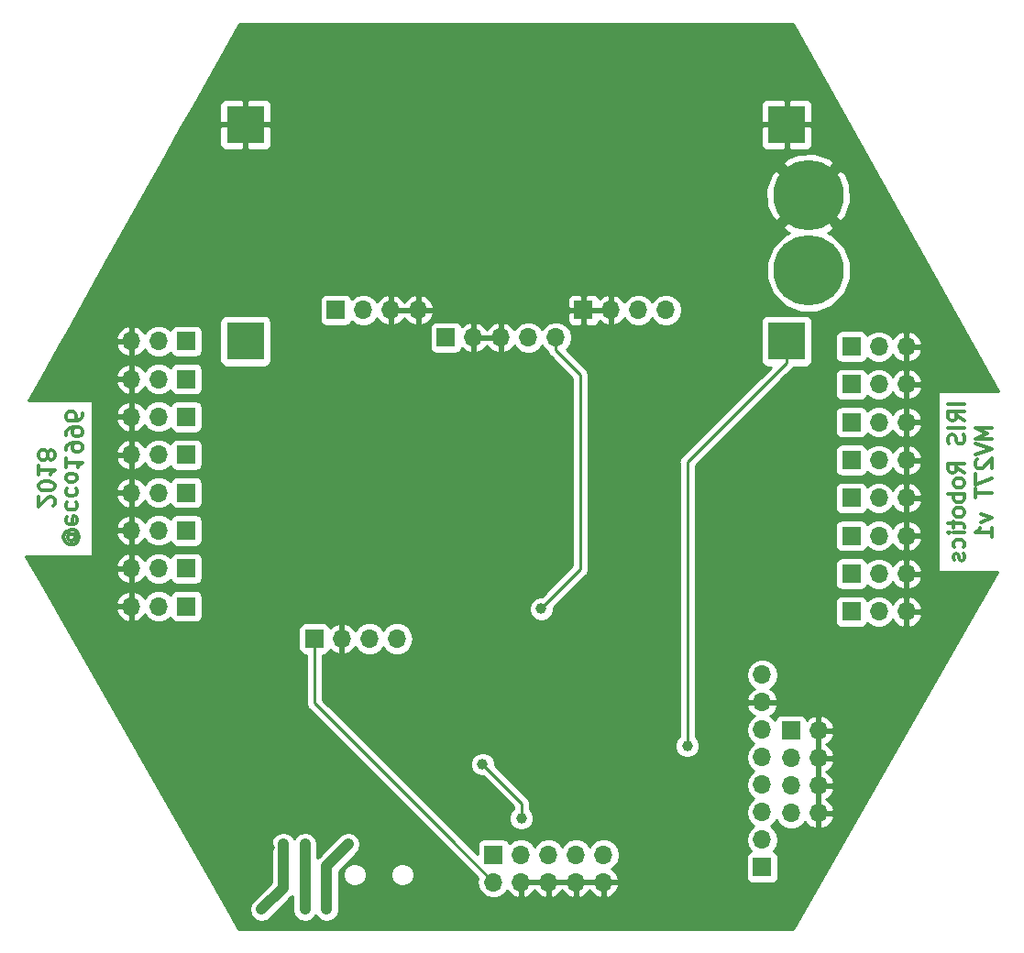
<source format=gbl>
G04 #@! TF.GenerationSoftware,KiCad,Pcbnew,no-vcs-found-3ad3869~61~ubuntu16.04.1*
G04 #@! TF.CreationDate,2018-02-15T12:37:46+02:00*
G04 #@! TF.ProjectId,BrainDamage,427261696E44616D6167652E6B696361,rev?*
G04 #@! TF.SameCoordinates,Original*
G04 #@! TF.FileFunction,Copper,L2,Bot,Signal*
G04 #@! TF.FilePolarity,Positive*
%FSLAX46Y46*%
G04 Gerber Fmt 4.6, Leading zero omitted, Abs format (unit mm)*
G04 Created by KiCad (PCBNEW no-vcs-found-3ad3869~61~ubuntu16.04.1) date Thu Feb 15 12:37:46 2018*
%MOMM*%
%LPD*%
G01*
G04 APERTURE LIST*
%ADD10C,0.300000*%
%ADD11R,3.500000X3.500000*%
%ADD12R,1.700000X1.700000*%
%ADD13O,1.700000X1.700000*%
%ADD14C,6.500000*%
%ADD15C,1.000000*%
%ADD16C,1.000000*%
%ADD17C,0.250000*%
%ADD18C,0.254000*%
G04 APERTURE END LIST*
D10*
X159150714Y-68812857D02*
X159222142Y-68884285D01*
X159293571Y-69027142D01*
X159293571Y-69170000D01*
X159222142Y-69312857D01*
X159150714Y-69384285D01*
X159007857Y-69455714D01*
X158865000Y-69455714D01*
X158722142Y-69384285D01*
X158650714Y-69312857D01*
X158579285Y-69170000D01*
X158579285Y-69027142D01*
X158650714Y-68884285D01*
X158722142Y-68812857D01*
X159293571Y-68812857D02*
X158722142Y-68812857D01*
X158650714Y-68741428D01*
X158650714Y-68670000D01*
X158722142Y-68527142D01*
X158865000Y-68455714D01*
X159222142Y-68455714D01*
X159436428Y-68598571D01*
X159579285Y-68812857D01*
X159650714Y-69098571D01*
X159579285Y-69384285D01*
X159436428Y-69598571D01*
X159222142Y-69741428D01*
X158936428Y-69812857D01*
X158650714Y-69741428D01*
X158436428Y-69598571D01*
X158293571Y-69384285D01*
X158222142Y-69098571D01*
X158293571Y-68812857D01*
X158436428Y-68598571D01*
X158507857Y-67241428D02*
X158436428Y-67384285D01*
X158436428Y-67670000D01*
X158507857Y-67812857D01*
X158650714Y-67884285D01*
X159222142Y-67884285D01*
X159365000Y-67812857D01*
X159436428Y-67670000D01*
X159436428Y-67384285D01*
X159365000Y-67241428D01*
X159222142Y-67170000D01*
X159079285Y-67170000D01*
X158936428Y-67884285D01*
X158507857Y-65884285D02*
X158436428Y-66027142D01*
X158436428Y-66312857D01*
X158507857Y-66455714D01*
X158579285Y-66527142D01*
X158722142Y-66598571D01*
X159150714Y-66598571D01*
X159293571Y-66527142D01*
X159365000Y-66455714D01*
X159436428Y-66312857D01*
X159436428Y-66027142D01*
X159365000Y-65884285D01*
X158507857Y-64598571D02*
X158436428Y-64741428D01*
X158436428Y-65027142D01*
X158507857Y-65170000D01*
X158579285Y-65241428D01*
X158722142Y-65312857D01*
X159150714Y-65312857D01*
X159293571Y-65241428D01*
X159365000Y-65170000D01*
X159436428Y-65027142D01*
X159436428Y-64741428D01*
X159365000Y-64598571D01*
X158436428Y-63741428D02*
X158507857Y-63884285D01*
X158579285Y-63955714D01*
X158722142Y-64027142D01*
X159150714Y-64027142D01*
X159293571Y-63955714D01*
X159365000Y-63884285D01*
X159436428Y-63741428D01*
X159436428Y-63527142D01*
X159365000Y-63384285D01*
X159293571Y-63312857D01*
X159150714Y-63241428D01*
X158722142Y-63241428D01*
X158579285Y-63312857D01*
X158507857Y-63384285D01*
X158436428Y-63527142D01*
X158436428Y-63741428D01*
X158436428Y-61812857D02*
X158436428Y-62670000D01*
X158436428Y-62241428D02*
X159936428Y-62241428D01*
X159722142Y-62384285D01*
X159579285Y-62527142D01*
X159507857Y-62670000D01*
X158436428Y-61098571D02*
X158436428Y-60812857D01*
X158507857Y-60670000D01*
X158579285Y-60598571D01*
X158793571Y-60455714D01*
X159079285Y-60384285D01*
X159650714Y-60384285D01*
X159793571Y-60455714D01*
X159865000Y-60527142D01*
X159936428Y-60670000D01*
X159936428Y-60955714D01*
X159865000Y-61098571D01*
X159793571Y-61170000D01*
X159650714Y-61241428D01*
X159293571Y-61241428D01*
X159150714Y-61170000D01*
X159079285Y-61098571D01*
X159007857Y-60955714D01*
X159007857Y-60670000D01*
X159079285Y-60527142D01*
X159150714Y-60455714D01*
X159293571Y-60384285D01*
X158436428Y-59670000D02*
X158436428Y-59384285D01*
X158507857Y-59241428D01*
X158579285Y-59170000D01*
X158793571Y-59027142D01*
X159079285Y-58955714D01*
X159650714Y-58955714D01*
X159793571Y-59027142D01*
X159865000Y-59098571D01*
X159936428Y-59241428D01*
X159936428Y-59527142D01*
X159865000Y-59670000D01*
X159793571Y-59741428D01*
X159650714Y-59812857D01*
X159293571Y-59812857D01*
X159150714Y-59741428D01*
X159079285Y-59670000D01*
X159007857Y-59527142D01*
X159007857Y-59241428D01*
X159079285Y-59098571D01*
X159150714Y-59027142D01*
X159293571Y-58955714D01*
X159936428Y-57670000D02*
X159936428Y-57955714D01*
X159865000Y-58098571D01*
X159793571Y-58170000D01*
X159579285Y-58312857D01*
X159293571Y-58384285D01*
X158722142Y-58384285D01*
X158579285Y-58312857D01*
X158507857Y-58241428D01*
X158436428Y-58098571D01*
X158436428Y-57812857D01*
X158507857Y-57670000D01*
X158579285Y-57598571D01*
X158722142Y-57527142D01*
X159079285Y-57527142D01*
X159222142Y-57598571D01*
X159293571Y-57670000D01*
X159365000Y-57812857D01*
X159365000Y-58098571D01*
X159293571Y-58241428D01*
X159222142Y-58312857D01*
X159079285Y-58384285D01*
X157243571Y-66241428D02*
X157315000Y-66170000D01*
X157386428Y-66027142D01*
X157386428Y-65670000D01*
X157315000Y-65527142D01*
X157243571Y-65455714D01*
X157100714Y-65384285D01*
X156957857Y-65384285D01*
X156743571Y-65455714D01*
X155886428Y-66312857D01*
X155886428Y-65384285D01*
X157386428Y-64455714D02*
X157386428Y-64312857D01*
X157315000Y-64170000D01*
X157243571Y-64098571D01*
X157100714Y-64027142D01*
X156815000Y-63955714D01*
X156457857Y-63955714D01*
X156172142Y-64027142D01*
X156029285Y-64098571D01*
X155957857Y-64170000D01*
X155886428Y-64312857D01*
X155886428Y-64455714D01*
X155957857Y-64598571D01*
X156029285Y-64670000D01*
X156172142Y-64741428D01*
X156457857Y-64812857D01*
X156815000Y-64812857D01*
X157100714Y-64741428D01*
X157243571Y-64670000D01*
X157315000Y-64598571D01*
X157386428Y-64455714D01*
X155886428Y-62527142D02*
X155886428Y-63384285D01*
X155886428Y-62955714D02*
X157386428Y-62955714D01*
X157172142Y-63098571D01*
X157029285Y-63241428D01*
X156957857Y-63384285D01*
X156743571Y-61670000D02*
X156815000Y-61812857D01*
X156886428Y-61884285D01*
X157029285Y-61955714D01*
X157100714Y-61955714D01*
X157243571Y-61884285D01*
X157315000Y-61812857D01*
X157386428Y-61670000D01*
X157386428Y-61384285D01*
X157315000Y-61241428D01*
X157243571Y-61170000D01*
X157100714Y-61098571D01*
X157029285Y-61098571D01*
X156886428Y-61170000D01*
X156815000Y-61241428D01*
X156743571Y-61384285D01*
X156743571Y-61670000D01*
X156672142Y-61812857D01*
X156600714Y-61884285D01*
X156457857Y-61955714D01*
X156172142Y-61955714D01*
X156029285Y-61884285D01*
X155957857Y-61812857D01*
X155886428Y-61670000D01*
X155886428Y-61384285D01*
X155957857Y-61241428D01*
X156029285Y-61170000D01*
X156172142Y-61098571D01*
X156457857Y-61098571D01*
X156600714Y-61170000D01*
X156672142Y-61241428D01*
X156743571Y-61384285D01*
X241403571Y-56785714D02*
X239903571Y-56785714D01*
X241403571Y-58357142D02*
X240689285Y-57857142D01*
X241403571Y-57500000D02*
X239903571Y-57500000D01*
X239903571Y-58071428D01*
X239975000Y-58214285D01*
X240046428Y-58285714D01*
X240189285Y-58357142D01*
X240403571Y-58357142D01*
X240546428Y-58285714D01*
X240617857Y-58214285D01*
X240689285Y-58071428D01*
X240689285Y-57500000D01*
X241403571Y-59000000D02*
X239903571Y-59000000D01*
X241332142Y-59642857D02*
X241403571Y-59857142D01*
X241403571Y-60214285D01*
X241332142Y-60357142D01*
X241260714Y-60428571D01*
X241117857Y-60500000D01*
X240975000Y-60500000D01*
X240832142Y-60428571D01*
X240760714Y-60357142D01*
X240689285Y-60214285D01*
X240617857Y-59928571D01*
X240546428Y-59785714D01*
X240475000Y-59714285D01*
X240332142Y-59642857D01*
X240189285Y-59642857D01*
X240046428Y-59714285D01*
X239975000Y-59785714D01*
X239903571Y-59928571D01*
X239903571Y-60285714D01*
X239975000Y-60500000D01*
X241403571Y-63142857D02*
X240689285Y-62642857D01*
X241403571Y-62285714D02*
X239903571Y-62285714D01*
X239903571Y-62857142D01*
X239975000Y-63000000D01*
X240046428Y-63071428D01*
X240189285Y-63142857D01*
X240403571Y-63142857D01*
X240546428Y-63071428D01*
X240617857Y-63000000D01*
X240689285Y-62857142D01*
X240689285Y-62285714D01*
X241403571Y-64000000D02*
X241332142Y-63857142D01*
X241260714Y-63785714D01*
X241117857Y-63714285D01*
X240689285Y-63714285D01*
X240546428Y-63785714D01*
X240475000Y-63857142D01*
X240403571Y-64000000D01*
X240403571Y-64214285D01*
X240475000Y-64357142D01*
X240546428Y-64428571D01*
X240689285Y-64500000D01*
X241117857Y-64500000D01*
X241260714Y-64428571D01*
X241332142Y-64357142D01*
X241403571Y-64214285D01*
X241403571Y-64000000D01*
X241403571Y-65142857D02*
X239903571Y-65142857D01*
X240475000Y-65142857D02*
X240403571Y-65285714D01*
X240403571Y-65571428D01*
X240475000Y-65714285D01*
X240546428Y-65785714D01*
X240689285Y-65857142D01*
X241117857Y-65857142D01*
X241260714Y-65785714D01*
X241332142Y-65714285D01*
X241403571Y-65571428D01*
X241403571Y-65285714D01*
X241332142Y-65142857D01*
X241403571Y-66714285D02*
X241332142Y-66571428D01*
X241260714Y-66500000D01*
X241117857Y-66428571D01*
X240689285Y-66428571D01*
X240546428Y-66500000D01*
X240475000Y-66571428D01*
X240403571Y-66714285D01*
X240403571Y-66928571D01*
X240475000Y-67071428D01*
X240546428Y-67142857D01*
X240689285Y-67214285D01*
X241117857Y-67214285D01*
X241260714Y-67142857D01*
X241332142Y-67071428D01*
X241403571Y-66928571D01*
X241403571Y-66714285D01*
X240403571Y-67642857D02*
X240403571Y-68214285D01*
X239903571Y-67857142D02*
X241189285Y-67857142D01*
X241332142Y-67928571D01*
X241403571Y-68071428D01*
X241403571Y-68214285D01*
X241403571Y-68714285D02*
X240403571Y-68714285D01*
X239903571Y-68714285D02*
X239975000Y-68642857D01*
X240046428Y-68714285D01*
X239975000Y-68785714D01*
X239903571Y-68714285D01*
X240046428Y-68714285D01*
X241332142Y-70071428D02*
X241403571Y-69928571D01*
X241403571Y-69642857D01*
X241332142Y-69500000D01*
X241260714Y-69428571D01*
X241117857Y-69357142D01*
X240689285Y-69357142D01*
X240546428Y-69428571D01*
X240475000Y-69500000D01*
X240403571Y-69642857D01*
X240403571Y-69928571D01*
X240475000Y-70071428D01*
X241332142Y-70642857D02*
X241403571Y-70785714D01*
X241403571Y-71071428D01*
X241332142Y-71214285D01*
X241189285Y-71285714D01*
X241117857Y-71285714D01*
X240975000Y-71214285D01*
X240903571Y-71071428D01*
X240903571Y-70857142D01*
X240832142Y-70714285D01*
X240689285Y-70642857D01*
X240617857Y-70642857D01*
X240475000Y-70714285D01*
X240403571Y-70857142D01*
X240403571Y-71071428D01*
X240475000Y-71214285D01*
X243953571Y-59000000D02*
X242453571Y-59000000D01*
X243525000Y-59500000D01*
X242453571Y-60000000D01*
X243953571Y-60000000D01*
X242453571Y-60500000D02*
X243953571Y-61000000D01*
X242453571Y-61500000D01*
X242596428Y-61928571D02*
X242525000Y-62000000D01*
X242453571Y-62142857D01*
X242453571Y-62500000D01*
X242525000Y-62642857D01*
X242596428Y-62714285D01*
X242739285Y-62785714D01*
X242882142Y-62785714D01*
X243096428Y-62714285D01*
X243953571Y-61857142D01*
X243953571Y-62785714D01*
X242453571Y-63285714D02*
X242453571Y-64285714D01*
X243953571Y-63642857D01*
X242453571Y-64642857D02*
X242453571Y-65500000D01*
X243953571Y-65071428D02*
X242453571Y-65071428D01*
X242953571Y-67000000D02*
X243953571Y-67357142D01*
X242953571Y-67714285D01*
X243953571Y-69071428D02*
X243953571Y-68214285D01*
X243953571Y-68642857D02*
X242453571Y-68642857D01*
X242667857Y-68500000D01*
X242810714Y-68357142D01*
X242882142Y-68214285D01*
D11*
X225000000Y-31000000D03*
X225000000Y-51000000D03*
X175000000Y-51000000D03*
X175000000Y-31000000D03*
D12*
X225400000Y-87000000D03*
D13*
X227940000Y-87000000D03*
X225400000Y-89540000D03*
X227940000Y-89540000D03*
X225400000Y-92080000D03*
X227940000Y-92080000D03*
X225400000Y-94620000D03*
X227940000Y-94620000D03*
D12*
X193510000Y-50660000D03*
D13*
X196050000Y-50660000D03*
X198590000Y-50660000D03*
X201130000Y-50660000D03*
X203670000Y-50660000D03*
D12*
X169540000Y-75500000D03*
D13*
X167000000Y-75500000D03*
X164460000Y-75500000D03*
D12*
X181380000Y-78500000D03*
D13*
X183920000Y-78500000D03*
X186460000Y-78500000D03*
X189000000Y-78500000D03*
D12*
X197920000Y-98460000D03*
D13*
X197920000Y-101000000D03*
X200460000Y-98460000D03*
X200460000Y-101000000D03*
X203000000Y-98460000D03*
X203000000Y-101000000D03*
X205540000Y-98460000D03*
X205540000Y-101000000D03*
X208080000Y-98460000D03*
X208080000Y-101000000D03*
D12*
X230960000Y-62000000D03*
D13*
X233500000Y-62000000D03*
X236040000Y-62000000D03*
D12*
X230960000Y-69000000D03*
D13*
X233500000Y-69000000D03*
X236040000Y-69000000D03*
D12*
X230960000Y-65500000D03*
D13*
X233500000Y-65500000D03*
X236040000Y-65500000D03*
D12*
X230960000Y-72500000D03*
D13*
X233500000Y-72500000D03*
X236040000Y-72500000D03*
D12*
X230960000Y-58500000D03*
D13*
X233500000Y-58500000D03*
X236040000Y-58500000D03*
D12*
X230960000Y-76000000D03*
D13*
X233500000Y-76000000D03*
X236040000Y-76000000D03*
D12*
X230960000Y-55000000D03*
D13*
X233500000Y-55000000D03*
X236040000Y-55000000D03*
D12*
X230960000Y-51500000D03*
D13*
X233500000Y-51500000D03*
X236040000Y-51500000D03*
D12*
X169540000Y-72000000D03*
D13*
X167000000Y-72000000D03*
X164460000Y-72000000D03*
D12*
X169540000Y-68500000D03*
D13*
X167000000Y-68500000D03*
X164460000Y-68500000D03*
D12*
X169540000Y-65000000D03*
D13*
X167000000Y-65000000D03*
X164460000Y-65000000D03*
D12*
X169540000Y-61500000D03*
D13*
X167000000Y-61500000D03*
X164460000Y-61500000D03*
D12*
X169540000Y-58000000D03*
D13*
X167000000Y-58000000D03*
X164460000Y-58000000D03*
D12*
X169540000Y-54500000D03*
D13*
X167000000Y-54500000D03*
X164460000Y-54500000D03*
D12*
X169540000Y-51000000D03*
D13*
X167000000Y-51000000D03*
X164460000Y-51000000D03*
D14*
X227000000Y-37525000D03*
X227000000Y-44475000D03*
D12*
X183350000Y-48120000D03*
D13*
X185890000Y-48120000D03*
X188430000Y-48120000D03*
X190970000Y-48120000D03*
D12*
X206210000Y-48120000D03*
D13*
X208750000Y-48120000D03*
X211290000Y-48120000D03*
X213830000Y-48120000D03*
D12*
X222740000Y-99620000D03*
D13*
X222740000Y-97080000D03*
X222740000Y-94540000D03*
X222740000Y-92000000D03*
X222740000Y-89460000D03*
X222740000Y-86920000D03*
X222740000Y-84380000D03*
X222740000Y-81840000D03*
D15*
X224600000Y-83100000D03*
X177250000Y-97800000D03*
X187300000Y-103300000D03*
X203000000Y-103300000D03*
X200500000Y-103300000D03*
X207800000Y-79300000D03*
X193300000Y-77600000D03*
X183900000Y-76600000D03*
X196800000Y-94200000D03*
X189600000Y-95200000D03*
X185500000Y-91600000D03*
X168100000Y-89000000D03*
X171300000Y-80800000D03*
X189300000Y-68200000D03*
X202900000Y-57600000D03*
X200500000Y-95100022D03*
X196900000Y-90100008D03*
X215809502Y-88409314D03*
X202320000Y-75720000D03*
D16*
X180500000Y-103500000D02*
X180500000Y-97500000D01*
X178500000Y-97500000D02*
X178500000Y-100500000D01*
X182500000Y-99500000D02*
X182500000Y-103500000D01*
X178500000Y-100500000D02*
X178500000Y-101500000D01*
X184500000Y-97500000D02*
X182500000Y-99500000D01*
X178500000Y-101500000D02*
X176500000Y-103500000D01*
D17*
X203000000Y-101000000D02*
X203000000Y-103300000D01*
X194000000Y-103500000D02*
X194000000Y-103000000D01*
X208080000Y-101000000D02*
X209600000Y-101000000D01*
X209600000Y-101000000D02*
X210000000Y-100600000D01*
X196900000Y-90100008D02*
X200500000Y-93700008D01*
X200500000Y-94534337D02*
X200500000Y-95100022D01*
X200500000Y-93700008D02*
X200500000Y-94534337D01*
X193800000Y-96880000D02*
X197920000Y-101000000D01*
X181380000Y-84460000D02*
X193800000Y-96880000D01*
X181380000Y-78500000D02*
X181380000Y-84460000D01*
X205940000Y-72070000D02*
X202320000Y-75690000D01*
X202320000Y-75690000D02*
X202320000Y-75720000D01*
X205940000Y-54132081D02*
X205940000Y-72070000D01*
X203670000Y-50660000D02*
X203670000Y-51862081D01*
X203670000Y-51862081D02*
X205940000Y-54132081D01*
X215809502Y-87843629D02*
X215809502Y-88409314D01*
X215809502Y-62190498D02*
X215809502Y-87843629D01*
X225000000Y-53000000D02*
X215809502Y-62190498D01*
X225000000Y-51000000D02*
X225000000Y-53000000D01*
D18*
G36*
X244551474Y-55643571D02*
X238935000Y-55643571D01*
X238935000Y-72356428D01*
X244435948Y-72356428D01*
X225602480Y-105315000D01*
X174397521Y-105315000D01*
X173360379Y-103500000D01*
X175342765Y-103500000D01*
X175430854Y-103942854D01*
X175681712Y-104318288D01*
X176057146Y-104569146D01*
X176500000Y-104657235D01*
X176942854Y-104569146D01*
X177223523Y-104381608D01*
X179223521Y-102381611D01*
X179318289Y-102318289D01*
X179365000Y-102248381D01*
X179365000Y-103611782D01*
X179430854Y-103942854D01*
X179681711Y-104318289D01*
X180057145Y-104569146D01*
X180500000Y-104657235D01*
X180942854Y-104569146D01*
X181318289Y-104318289D01*
X181500001Y-104046339D01*
X181681712Y-104318289D01*
X182057146Y-104569146D01*
X182500000Y-104657235D01*
X182942855Y-104569146D01*
X183318289Y-104318289D01*
X183569146Y-103942855D01*
X183635000Y-103611783D01*
X183635000Y-100084180D01*
X184015000Y-100084180D01*
X184015000Y-100515820D01*
X184180182Y-100914603D01*
X184485397Y-101219818D01*
X184884180Y-101385000D01*
X185315820Y-101385000D01*
X185714603Y-101219818D01*
X186019818Y-100914603D01*
X186185000Y-100515820D01*
X186185000Y-100084180D01*
X188415000Y-100084180D01*
X188415000Y-100515820D01*
X188580182Y-100914603D01*
X188885397Y-101219818D01*
X189284180Y-101385000D01*
X189715820Y-101385000D01*
X190114603Y-101219818D01*
X190419818Y-100914603D01*
X190585000Y-100515820D01*
X190585000Y-100084180D01*
X190419818Y-99685397D01*
X190114603Y-99380182D01*
X189715820Y-99215000D01*
X189284180Y-99215000D01*
X188885397Y-99380182D01*
X188580182Y-99685397D01*
X188415000Y-100084180D01*
X186185000Y-100084180D01*
X186019818Y-99685397D01*
X185714603Y-99380182D01*
X185315820Y-99215000D01*
X184884180Y-99215000D01*
X184485397Y-99380182D01*
X184180182Y-99685397D01*
X184015000Y-100084180D01*
X183635000Y-100084180D01*
X183635000Y-99970131D01*
X185381608Y-98223524D01*
X185569146Y-97942855D01*
X185657235Y-97500001D01*
X185569146Y-97057146D01*
X185318288Y-96681712D01*
X184942854Y-96430854D01*
X184499999Y-96342765D01*
X184057145Y-96430854D01*
X183776476Y-96618392D01*
X181776482Y-98618387D01*
X181681711Y-98681711D01*
X181635000Y-98751619D01*
X181635000Y-97388217D01*
X181569146Y-97057145D01*
X181318289Y-96681711D01*
X180942855Y-96430854D01*
X180500000Y-96342765D01*
X180057146Y-96430854D01*
X179681712Y-96681711D01*
X179500001Y-96953661D01*
X179318289Y-96681711D01*
X178942854Y-96430854D01*
X178500000Y-96342765D01*
X178057145Y-96430854D01*
X177681711Y-96681711D01*
X177430854Y-97057146D01*
X177365000Y-97388218D01*
X177365001Y-100388213D01*
X177365000Y-100388218D01*
X177365000Y-101029868D01*
X175618392Y-102776477D01*
X175430854Y-103057146D01*
X175342765Y-103500000D01*
X173360379Y-103500000D01*
X158588951Y-77650000D01*
X179882560Y-77650000D01*
X179882560Y-79350000D01*
X179931843Y-79597765D01*
X180072191Y-79807809D01*
X180282235Y-79948157D01*
X180530000Y-79997440D01*
X180620000Y-79997440D01*
X180620001Y-84385148D01*
X180605112Y-84460000D01*
X180620001Y-84534852D01*
X180664097Y-84756537D01*
X180832072Y-85007929D01*
X180895528Y-85050329D01*
X193315526Y-97470329D01*
X193315532Y-97470333D01*
X196478791Y-100633593D01*
X196405908Y-101000000D01*
X196521161Y-101579418D01*
X196849375Y-102070625D01*
X197340582Y-102398839D01*
X197773744Y-102485000D01*
X198066256Y-102485000D01*
X198499418Y-102398839D01*
X198990625Y-102070625D01*
X199203843Y-101751522D01*
X199264817Y-101881358D01*
X199693076Y-102271645D01*
X200103110Y-102441476D01*
X200333000Y-102320155D01*
X200333000Y-101127000D01*
X200587000Y-101127000D01*
X200587000Y-102320155D01*
X200816890Y-102441476D01*
X201226924Y-102271645D01*
X201655183Y-101881358D01*
X201730000Y-101722046D01*
X201804817Y-101881358D01*
X202233076Y-102271645D01*
X202643110Y-102441476D01*
X202873000Y-102320155D01*
X202873000Y-101127000D01*
X203127000Y-101127000D01*
X203127000Y-102320155D01*
X203356890Y-102441476D01*
X203766924Y-102271645D01*
X204195183Y-101881358D01*
X204270000Y-101722046D01*
X204344817Y-101881358D01*
X204773076Y-102271645D01*
X205183110Y-102441476D01*
X205413000Y-102320155D01*
X205413000Y-101127000D01*
X205667000Y-101127000D01*
X205667000Y-102320155D01*
X205896890Y-102441476D01*
X206306924Y-102271645D01*
X206735183Y-101881358D01*
X206810000Y-101722046D01*
X206884817Y-101881358D01*
X207313076Y-102271645D01*
X207723110Y-102441476D01*
X207953000Y-102320155D01*
X207953000Y-101127000D01*
X208207000Y-101127000D01*
X208207000Y-102320155D01*
X208436890Y-102441476D01*
X208846924Y-102271645D01*
X209275183Y-101881358D01*
X209521486Y-101356892D01*
X209400819Y-101127000D01*
X208207000Y-101127000D01*
X207953000Y-101127000D01*
X205667000Y-101127000D01*
X205413000Y-101127000D01*
X203127000Y-101127000D01*
X202873000Y-101127000D01*
X200587000Y-101127000D01*
X200333000Y-101127000D01*
X200313000Y-101127000D01*
X200313000Y-100873000D01*
X200333000Y-100873000D01*
X200333000Y-100853000D01*
X200587000Y-100853000D01*
X200587000Y-100873000D01*
X202873000Y-100873000D01*
X202873000Y-100853000D01*
X203127000Y-100853000D01*
X203127000Y-100873000D01*
X205413000Y-100873000D01*
X205413000Y-100853000D01*
X205667000Y-100853000D01*
X205667000Y-100873000D01*
X207953000Y-100873000D01*
X207953000Y-100853000D01*
X208207000Y-100853000D01*
X208207000Y-100873000D01*
X209400819Y-100873000D01*
X209521486Y-100643108D01*
X209275183Y-100118642D01*
X208850214Y-99731353D01*
X209150625Y-99530625D01*
X209478839Y-99039418D01*
X209594092Y-98460000D01*
X209478839Y-97880582D01*
X209150625Y-97389375D01*
X208659418Y-97061161D01*
X208226256Y-96975000D01*
X207933744Y-96975000D01*
X207500582Y-97061161D01*
X207009375Y-97389375D01*
X206810000Y-97687761D01*
X206610625Y-97389375D01*
X206119418Y-97061161D01*
X205686256Y-96975000D01*
X205393744Y-96975000D01*
X204960582Y-97061161D01*
X204469375Y-97389375D01*
X204270000Y-97687761D01*
X204070625Y-97389375D01*
X203579418Y-97061161D01*
X203146256Y-96975000D01*
X202853744Y-96975000D01*
X202420582Y-97061161D01*
X201929375Y-97389375D01*
X201730000Y-97687761D01*
X201530625Y-97389375D01*
X201039418Y-97061161D01*
X200606256Y-96975000D01*
X200313744Y-96975000D01*
X199880582Y-97061161D01*
X199389375Y-97389375D01*
X199377184Y-97407619D01*
X199368157Y-97362235D01*
X199227809Y-97152191D01*
X199017765Y-97011843D01*
X198770000Y-96962560D01*
X197070000Y-96962560D01*
X196822235Y-97011843D01*
X196612191Y-97152191D01*
X196471843Y-97362235D01*
X196422560Y-97610000D01*
X196422560Y-98427758D01*
X194390333Y-96395532D01*
X194390329Y-96395526D01*
X187869044Y-89874242D01*
X195765000Y-89874242D01*
X195765000Y-90325774D01*
X195937793Y-90742934D01*
X196257074Y-91062215D01*
X196674234Y-91235008D01*
X196960199Y-91235008D01*
X199740000Y-94014810D01*
X199740000Y-94254889D01*
X199537793Y-94457096D01*
X199365000Y-94874256D01*
X199365000Y-95325788D01*
X199537793Y-95742948D01*
X199857074Y-96062229D01*
X200274234Y-96235022D01*
X200725766Y-96235022D01*
X201142926Y-96062229D01*
X201462207Y-95742948D01*
X201635000Y-95325788D01*
X201635000Y-94874256D01*
X201462207Y-94457096D01*
X201260000Y-94254889D01*
X201260000Y-93774856D01*
X201274888Y-93700008D01*
X201260000Y-93625160D01*
X201260000Y-93625156D01*
X201215904Y-93403471D01*
X201215904Y-93403470D01*
X201090329Y-93215535D01*
X201047929Y-93152079D01*
X200984473Y-93109679D01*
X198035000Y-90160207D01*
X198035000Y-89874242D01*
X197862207Y-89457082D01*
X197542926Y-89137801D01*
X197125766Y-88965008D01*
X196674234Y-88965008D01*
X196257074Y-89137801D01*
X195937793Y-89457082D01*
X195765000Y-89874242D01*
X187869044Y-89874242D01*
X186178350Y-88183548D01*
X214674502Y-88183548D01*
X214674502Y-88635080D01*
X214847295Y-89052240D01*
X215166576Y-89371521D01*
X215583736Y-89544314D01*
X216035268Y-89544314D01*
X216452428Y-89371521D01*
X216771709Y-89052240D01*
X216944502Y-88635080D01*
X216944502Y-88183548D01*
X216771709Y-87766388D01*
X216569502Y-87564181D01*
X216569502Y-86920000D01*
X221225908Y-86920000D01*
X221341161Y-87499418D01*
X221669375Y-87990625D01*
X221967761Y-88190000D01*
X221669375Y-88389375D01*
X221341161Y-88880582D01*
X221225908Y-89460000D01*
X221341161Y-90039418D01*
X221669375Y-90530625D01*
X221967761Y-90730000D01*
X221669375Y-90929375D01*
X221341161Y-91420582D01*
X221225908Y-92000000D01*
X221341161Y-92579418D01*
X221669375Y-93070625D01*
X221967761Y-93270000D01*
X221669375Y-93469375D01*
X221341161Y-93960582D01*
X221225908Y-94540000D01*
X221341161Y-95119418D01*
X221669375Y-95610625D01*
X221967761Y-95810000D01*
X221669375Y-96009375D01*
X221341161Y-96500582D01*
X221225908Y-97080000D01*
X221341161Y-97659418D01*
X221669375Y-98150625D01*
X221687619Y-98162816D01*
X221642235Y-98171843D01*
X221432191Y-98312191D01*
X221291843Y-98522235D01*
X221242560Y-98770000D01*
X221242560Y-100470000D01*
X221291843Y-100717765D01*
X221432191Y-100927809D01*
X221642235Y-101068157D01*
X221890000Y-101117440D01*
X223590000Y-101117440D01*
X223837765Y-101068157D01*
X224047809Y-100927809D01*
X224188157Y-100717765D01*
X224237440Y-100470000D01*
X224237440Y-98770000D01*
X224188157Y-98522235D01*
X224047809Y-98312191D01*
X223837765Y-98171843D01*
X223792381Y-98162816D01*
X223810625Y-98150625D01*
X224138839Y-97659418D01*
X224254092Y-97080000D01*
X224138839Y-96500582D01*
X223810625Y-96009375D01*
X223512239Y-95810000D01*
X223810625Y-95610625D01*
X224043273Y-95262443D01*
X224329375Y-95690625D01*
X224820582Y-96018839D01*
X225253744Y-96105000D01*
X225546256Y-96105000D01*
X225979418Y-96018839D01*
X226470625Y-95690625D01*
X226671353Y-95390214D01*
X227058642Y-95815183D01*
X227583108Y-96061486D01*
X227813000Y-95940819D01*
X227813000Y-94747000D01*
X228067000Y-94747000D01*
X228067000Y-95940819D01*
X228296892Y-96061486D01*
X228821358Y-95815183D01*
X229211645Y-95386924D01*
X229381476Y-94976890D01*
X229260155Y-94747000D01*
X228067000Y-94747000D01*
X227813000Y-94747000D01*
X227793000Y-94747000D01*
X227793000Y-94493000D01*
X227813000Y-94493000D01*
X227813000Y-92207000D01*
X228067000Y-92207000D01*
X228067000Y-94493000D01*
X229260155Y-94493000D01*
X229381476Y-94263110D01*
X229211645Y-93853076D01*
X228821358Y-93424817D01*
X228662046Y-93350000D01*
X228821358Y-93275183D01*
X229211645Y-92846924D01*
X229381476Y-92436890D01*
X229260155Y-92207000D01*
X228067000Y-92207000D01*
X227813000Y-92207000D01*
X227793000Y-92207000D01*
X227793000Y-91953000D01*
X227813000Y-91953000D01*
X227813000Y-89667000D01*
X228067000Y-89667000D01*
X228067000Y-91953000D01*
X229260155Y-91953000D01*
X229381476Y-91723110D01*
X229211645Y-91313076D01*
X228821358Y-90884817D01*
X228662046Y-90810000D01*
X228821358Y-90735183D01*
X229211645Y-90306924D01*
X229381476Y-89896890D01*
X229260155Y-89667000D01*
X228067000Y-89667000D01*
X227813000Y-89667000D01*
X227793000Y-89667000D01*
X227793000Y-89413000D01*
X227813000Y-89413000D01*
X227813000Y-87127000D01*
X228067000Y-87127000D01*
X228067000Y-89413000D01*
X229260155Y-89413000D01*
X229381476Y-89183110D01*
X229211645Y-88773076D01*
X228821358Y-88344817D01*
X228662046Y-88270000D01*
X228821358Y-88195183D01*
X229211645Y-87766924D01*
X229381476Y-87356890D01*
X229260155Y-87127000D01*
X228067000Y-87127000D01*
X227813000Y-87127000D01*
X227793000Y-87127000D01*
X227793000Y-86873000D01*
X227813000Y-86873000D01*
X227813000Y-85679181D01*
X228067000Y-85679181D01*
X228067000Y-86873000D01*
X229260155Y-86873000D01*
X229381476Y-86643110D01*
X229211645Y-86233076D01*
X228821358Y-85804817D01*
X228296892Y-85558514D01*
X228067000Y-85679181D01*
X227813000Y-85679181D01*
X227583108Y-85558514D01*
X227058642Y-85804817D01*
X226869961Y-86011855D01*
X226848157Y-85902235D01*
X226707809Y-85692191D01*
X226497765Y-85551843D01*
X226250000Y-85502560D01*
X224550000Y-85502560D01*
X224302235Y-85551843D01*
X224092191Y-85692191D01*
X223951843Y-85902235D01*
X223927550Y-86024366D01*
X223810625Y-85849375D01*
X223491522Y-85636157D01*
X223621358Y-85575183D01*
X224011645Y-85146924D01*
X224181476Y-84736890D01*
X224060155Y-84507000D01*
X222867000Y-84507000D01*
X222867000Y-84527000D01*
X222613000Y-84527000D01*
X222613000Y-84507000D01*
X221419845Y-84507000D01*
X221298524Y-84736890D01*
X221468355Y-85146924D01*
X221858642Y-85575183D01*
X221988478Y-85636157D01*
X221669375Y-85849375D01*
X221341161Y-86340582D01*
X221225908Y-86920000D01*
X216569502Y-86920000D01*
X216569502Y-81840000D01*
X221225908Y-81840000D01*
X221341161Y-82419418D01*
X221669375Y-82910625D01*
X221988478Y-83123843D01*
X221858642Y-83184817D01*
X221468355Y-83613076D01*
X221298524Y-84023110D01*
X221419845Y-84253000D01*
X222613000Y-84253000D01*
X222613000Y-84233000D01*
X222867000Y-84233000D01*
X222867000Y-84253000D01*
X224060155Y-84253000D01*
X224181476Y-84023110D01*
X224011645Y-83613076D01*
X223621358Y-83184817D01*
X223491522Y-83123843D01*
X223810625Y-82910625D01*
X224138839Y-82419418D01*
X224254092Y-81840000D01*
X224138839Y-81260582D01*
X223810625Y-80769375D01*
X223319418Y-80441161D01*
X222886256Y-80355000D01*
X222593744Y-80355000D01*
X222160582Y-80441161D01*
X221669375Y-80769375D01*
X221341161Y-81260582D01*
X221225908Y-81840000D01*
X216569502Y-81840000D01*
X216569502Y-75150000D01*
X229462560Y-75150000D01*
X229462560Y-76850000D01*
X229511843Y-77097765D01*
X229652191Y-77307809D01*
X229862235Y-77448157D01*
X230110000Y-77497440D01*
X231810000Y-77497440D01*
X232057765Y-77448157D01*
X232267809Y-77307809D01*
X232408157Y-77097765D01*
X232417184Y-77052381D01*
X232429375Y-77070625D01*
X232920582Y-77398839D01*
X233353744Y-77485000D01*
X233646256Y-77485000D01*
X234079418Y-77398839D01*
X234570625Y-77070625D01*
X234783843Y-76751522D01*
X234844817Y-76881358D01*
X235273076Y-77271645D01*
X235683110Y-77441476D01*
X235913000Y-77320155D01*
X235913000Y-76127000D01*
X236167000Y-76127000D01*
X236167000Y-77320155D01*
X236396890Y-77441476D01*
X236806924Y-77271645D01*
X237235183Y-76881358D01*
X237481486Y-76356892D01*
X237360819Y-76127000D01*
X236167000Y-76127000D01*
X235913000Y-76127000D01*
X235893000Y-76127000D01*
X235893000Y-75873000D01*
X235913000Y-75873000D01*
X235913000Y-74679845D01*
X236167000Y-74679845D01*
X236167000Y-75873000D01*
X237360819Y-75873000D01*
X237481486Y-75643108D01*
X237235183Y-75118642D01*
X236806924Y-74728355D01*
X236396890Y-74558524D01*
X236167000Y-74679845D01*
X235913000Y-74679845D01*
X235683110Y-74558524D01*
X235273076Y-74728355D01*
X234844817Y-75118642D01*
X234783843Y-75248478D01*
X234570625Y-74929375D01*
X234079418Y-74601161D01*
X233646256Y-74515000D01*
X233353744Y-74515000D01*
X232920582Y-74601161D01*
X232429375Y-74929375D01*
X232417184Y-74947619D01*
X232408157Y-74902235D01*
X232267809Y-74692191D01*
X232057765Y-74551843D01*
X231810000Y-74502560D01*
X230110000Y-74502560D01*
X229862235Y-74551843D01*
X229652191Y-74692191D01*
X229511843Y-74902235D01*
X229462560Y-75150000D01*
X216569502Y-75150000D01*
X216569502Y-71650000D01*
X229462560Y-71650000D01*
X229462560Y-73350000D01*
X229511843Y-73597765D01*
X229652191Y-73807809D01*
X229862235Y-73948157D01*
X230110000Y-73997440D01*
X231810000Y-73997440D01*
X232057765Y-73948157D01*
X232267809Y-73807809D01*
X232408157Y-73597765D01*
X232417184Y-73552381D01*
X232429375Y-73570625D01*
X232920582Y-73898839D01*
X233353744Y-73985000D01*
X233646256Y-73985000D01*
X234079418Y-73898839D01*
X234570625Y-73570625D01*
X234783843Y-73251522D01*
X234844817Y-73381358D01*
X235273076Y-73771645D01*
X235683110Y-73941476D01*
X235913000Y-73820155D01*
X235913000Y-72627000D01*
X236167000Y-72627000D01*
X236167000Y-73820155D01*
X236396890Y-73941476D01*
X236806924Y-73771645D01*
X237235183Y-73381358D01*
X237481486Y-72856892D01*
X237360819Y-72627000D01*
X236167000Y-72627000D01*
X235913000Y-72627000D01*
X235893000Y-72627000D01*
X235893000Y-72373000D01*
X235913000Y-72373000D01*
X235913000Y-71179845D01*
X236167000Y-71179845D01*
X236167000Y-72373000D01*
X237360819Y-72373000D01*
X237481486Y-72143108D01*
X237235183Y-71618642D01*
X236806924Y-71228355D01*
X236396890Y-71058524D01*
X236167000Y-71179845D01*
X235913000Y-71179845D01*
X235683110Y-71058524D01*
X235273076Y-71228355D01*
X234844817Y-71618642D01*
X234783843Y-71748478D01*
X234570625Y-71429375D01*
X234079418Y-71101161D01*
X233646256Y-71015000D01*
X233353744Y-71015000D01*
X232920582Y-71101161D01*
X232429375Y-71429375D01*
X232417184Y-71447619D01*
X232408157Y-71402235D01*
X232267809Y-71192191D01*
X232057765Y-71051843D01*
X231810000Y-71002560D01*
X230110000Y-71002560D01*
X229862235Y-71051843D01*
X229652191Y-71192191D01*
X229511843Y-71402235D01*
X229462560Y-71650000D01*
X216569502Y-71650000D01*
X216569502Y-68150000D01*
X229462560Y-68150000D01*
X229462560Y-69850000D01*
X229511843Y-70097765D01*
X229652191Y-70307809D01*
X229862235Y-70448157D01*
X230110000Y-70497440D01*
X231810000Y-70497440D01*
X232057765Y-70448157D01*
X232267809Y-70307809D01*
X232408157Y-70097765D01*
X232417184Y-70052381D01*
X232429375Y-70070625D01*
X232920582Y-70398839D01*
X233353744Y-70485000D01*
X233646256Y-70485000D01*
X234079418Y-70398839D01*
X234570625Y-70070625D01*
X234783843Y-69751522D01*
X234844817Y-69881358D01*
X235273076Y-70271645D01*
X235683110Y-70441476D01*
X235913000Y-70320155D01*
X235913000Y-69127000D01*
X236167000Y-69127000D01*
X236167000Y-70320155D01*
X236396890Y-70441476D01*
X236806924Y-70271645D01*
X237235183Y-69881358D01*
X237481486Y-69356892D01*
X237360819Y-69127000D01*
X236167000Y-69127000D01*
X235913000Y-69127000D01*
X235893000Y-69127000D01*
X235893000Y-68873000D01*
X235913000Y-68873000D01*
X235913000Y-67679845D01*
X236167000Y-67679845D01*
X236167000Y-68873000D01*
X237360819Y-68873000D01*
X237481486Y-68643108D01*
X237235183Y-68118642D01*
X236806924Y-67728355D01*
X236396890Y-67558524D01*
X236167000Y-67679845D01*
X235913000Y-67679845D01*
X235683110Y-67558524D01*
X235273076Y-67728355D01*
X234844817Y-68118642D01*
X234783843Y-68248478D01*
X234570625Y-67929375D01*
X234079418Y-67601161D01*
X233646256Y-67515000D01*
X233353744Y-67515000D01*
X232920582Y-67601161D01*
X232429375Y-67929375D01*
X232417184Y-67947619D01*
X232408157Y-67902235D01*
X232267809Y-67692191D01*
X232057765Y-67551843D01*
X231810000Y-67502560D01*
X230110000Y-67502560D01*
X229862235Y-67551843D01*
X229652191Y-67692191D01*
X229511843Y-67902235D01*
X229462560Y-68150000D01*
X216569502Y-68150000D01*
X216569502Y-64650000D01*
X229462560Y-64650000D01*
X229462560Y-66350000D01*
X229511843Y-66597765D01*
X229652191Y-66807809D01*
X229862235Y-66948157D01*
X230110000Y-66997440D01*
X231810000Y-66997440D01*
X232057765Y-66948157D01*
X232267809Y-66807809D01*
X232408157Y-66597765D01*
X232417184Y-66552381D01*
X232429375Y-66570625D01*
X232920582Y-66898839D01*
X233353744Y-66985000D01*
X233646256Y-66985000D01*
X234079418Y-66898839D01*
X234570625Y-66570625D01*
X234783843Y-66251522D01*
X234844817Y-66381358D01*
X235273076Y-66771645D01*
X235683110Y-66941476D01*
X235913000Y-66820155D01*
X235913000Y-65627000D01*
X236167000Y-65627000D01*
X236167000Y-66820155D01*
X236396890Y-66941476D01*
X236806924Y-66771645D01*
X237235183Y-66381358D01*
X237481486Y-65856892D01*
X237360819Y-65627000D01*
X236167000Y-65627000D01*
X235913000Y-65627000D01*
X235893000Y-65627000D01*
X235893000Y-65373000D01*
X235913000Y-65373000D01*
X235913000Y-64179845D01*
X236167000Y-64179845D01*
X236167000Y-65373000D01*
X237360819Y-65373000D01*
X237481486Y-65143108D01*
X237235183Y-64618642D01*
X236806924Y-64228355D01*
X236396890Y-64058524D01*
X236167000Y-64179845D01*
X235913000Y-64179845D01*
X235683110Y-64058524D01*
X235273076Y-64228355D01*
X234844817Y-64618642D01*
X234783843Y-64748478D01*
X234570625Y-64429375D01*
X234079418Y-64101161D01*
X233646256Y-64015000D01*
X233353744Y-64015000D01*
X232920582Y-64101161D01*
X232429375Y-64429375D01*
X232417184Y-64447619D01*
X232408157Y-64402235D01*
X232267809Y-64192191D01*
X232057765Y-64051843D01*
X231810000Y-64002560D01*
X230110000Y-64002560D01*
X229862235Y-64051843D01*
X229652191Y-64192191D01*
X229511843Y-64402235D01*
X229462560Y-64650000D01*
X216569502Y-64650000D01*
X216569502Y-62505299D01*
X217924801Y-61150000D01*
X229462560Y-61150000D01*
X229462560Y-62850000D01*
X229511843Y-63097765D01*
X229652191Y-63307809D01*
X229862235Y-63448157D01*
X230110000Y-63497440D01*
X231810000Y-63497440D01*
X232057765Y-63448157D01*
X232267809Y-63307809D01*
X232408157Y-63097765D01*
X232417184Y-63052381D01*
X232429375Y-63070625D01*
X232920582Y-63398839D01*
X233353744Y-63485000D01*
X233646256Y-63485000D01*
X234079418Y-63398839D01*
X234570625Y-63070625D01*
X234783843Y-62751522D01*
X234844817Y-62881358D01*
X235273076Y-63271645D01*
X235683110Y-63441476D01*
X235913000Y-63320155D01*
X235913000Y-62127000D01*
X236167000Y-62127000D01*
X236167000Y-63320155D01*
X236396890Y-63441476D01*
X236806924Y-63271645D01*
X237235183Y-62881358D01*
X237481486Y-62356892D01*
X237360819Y-62127000D01*
X236167000Y-62127000D01*
X235913000Y-62127000D01*
X235893000Y-62127000D01*
X235893000Y-61873000D01*
X235913000Y-61873000D01*
X235913000Y-60679845D01*
X236167000Y-60679845D01*
X236167000Y-61873000D01*
X237360819Y-61873000D01*
X237481486Y-61643108D01*
X237235183Y-61118642D01*
X236806924Y-60728355D01*
X236396890Y-60558524D01*
X236167000Y-60679845D01*
X235913000Y-60679845D01*
X235683110Y-60558524D01*
X235273076Y-60728355D01*
X234844817Y-61118642D01*
X234783843Y-61248478D01*
X234570625Y-60929375D01*
X234079418Y-60601161D01*
X233646256Y-60515000D01*
X233353744Y-60515000D01*
X232920582Y-60601161D01*
X232429375Y-60929375D01*
X232417184Y-60947619D01*
X232408157Y-60902235D01*
X232267809Y-60692191D01*
X232057765Y-60551843D01*
X231810000Y-60502560D01*
X230110000Y-60502560D01*
X229862235Y-60551843D01*
X229652191Y-60692191D01*
X229511843Y-60902235D01*
X229462560Y-61150000D01*
X217924801Y-61150000D01*
X221424801Y-57650000D01*
X229462560Y-57650000D01*
X229462560Y-59350000D01*
X229511843Y-59597765D01*
X229652191Y-59807809D01*
X229862235Y-59948157D01*
X230110000Y-59997440D01*
X231810000Y-59997440D01*
X232057765Y-59948157D01*
X232267809Y-59807809D01*
X232408157Y-59597765D01*
X232417184Y-59552381D01*
X232429375Y-59570625D01*
X232920582Y-59898839D01*
X233353744Y-59985000D01*
X233646256Y-59985000D01*
X234079418Y-59898839D01*
X234570625Y-59570625D01*
X234783843Y-59251522D01*
X234844817Y-59381358D01*
X235273076Y-59771645D01*
X235683110Y-59941476D01*
X235913000Y-59820155D01*
X235913000Y-58627000D01*
X236167000Y-58627000D01*
X236167000Y-59820155D01*
X236396890Y-59941476D01*
X236806924Y-59771645D01*
X237235183Y-59381358D01*
X237481486Y-58856892D01*
X237360819Y-58627000D01*
X236167000Y-58627000D01*
X235913000Y-58627000D01*
X235893000Y-58627000D01*
X235893000Y-58373000D01*
X235913000Y-58373000D01*
X235913000Y-57179845D01*
X236167000Y-57179845D01*
X236167000Y-58373000D01*
X237360819Y-58373000D01*
X237481486Y-58143108D01*
X237235183Y-57618642D01*
X236806924Y-57228355D01*
X236396890Y-57058524D01*
X236167000Y-57179845D01*
X235913000Y-57179845D01*
X235683110Y-57058524D01*
X235273076Y-57228355D01*
X234844817Y-57618642D01*
X234783843Y-57748478D01*
X234570625Y-57429375D01*
X234079418Y-57101161D01*
X233646256Y-57015000D01*
X233353744Y-57015000D01*
X232920582Y-57101161D01*
X232429375Y-57429375D01*
X232417184Y-57447619D01*
X232408157Y-57402235D01*
X232267809Y-57192191D01*
X232057765Y-57051843D01*
X231810000Y-57002560D01*
X230110000Y-57002560D01*
X229862235Y-57051843D01*
X229652191Y-57192191D01*
X229511843Y-57402235D01*
X229462560Y-57650000D01*
X221424801Y-57650000D01*
X224924801Y-54150000D01*
X229462560Y-54150000D01*
X229462560Y-55850000D01*
X229511843Y-56097765D01*
X229652191Y-56307809D01*
X229862235Y-56448157D01*
X230110000Y-56497440D01*
X231810000Y-56497440D01*
X232057765Y-56448157D01*
X232267809Y-56307809D01*
X232408157Y-56097765D01*
X232417184Y-56052381D01*
X232429375Y-56070625D01*
X232920582Y-56398839D01*
X233353744Y-56485000D01*
X233646256Y-56485000D01*
X234079418Y-56398839D01*
X234570625Y-56070625D01*
X234783843Y-55751522D01*
X234844817Y-55881358D01*
X235273076Y-56271645D01*
X235683110Y-56441476D01*
X235913000Y-56320155D01*
X235913000Y-55127000D01*
X236167000Y-55127000D01*
X236167000Y-56320155D01*
X236396890Y-56441476D01*
X236806924Y-56271645D01*
X237235183Y-55881358D01*
X237481486Y-55356892D01*
X237360819Y-55127000D01*
X236167000Y-55127000D01*
X235913000Y-55127000D01*
X235893000Y-55127000D01*
X235893000Y-54873000D01*
X235913000Y-54873000D01*
X235913000Y-53679845D01*
X236167000Y-53679845D01*
X236167000Y-54873000D01*
X237360819Y-54873000D01*
X237481486Y-54643108D01*
X237235183Y-54118642D01*
X236806924Y-53728355D01*
X236396890Y-53558524D01*
X236167000Y-53679845D01*
X235913000Y-53679845D01*
X235683110Y-53558524D01*
X235273076Y-53728355D01*
X234844817Y-54118642D01*
X234783843Y-54248478D01*
X234570625Y-53929375D01*
X234079418Y-53601161D01*
X233646256Y-53515000D01*
X233353744Y-53515000D01*
X232920582Y-53601161D01*
X232429375Y-53929375D01*
X232417184Y-53947619D01*
X232408157Y-53902235D01*
X232267809Y-53692191D01*
X232057765Y-53551843D01*
X231810000Y-53502560D01*
X230110000Y-53502560D01*
X229862235Y-53551843D01*
X229652191Y-53692191D01*
X229511843Y-53902235D01*
X229462560Y-54150000D01*
X224924801Y-54150000D01*
X225484473Y-53590329D01*
X225547929Y-53547929D01*
X225648483Y-53397440D01*
X226750000Y-53397440D01*
X226997765Y-53348157D01*
X227207809Y-53207809D01*
X227348157Y-52997765D01*
X227397440Y-52750000D01*
X227397440Y-50650000D01*
X229462560Y-50650000D01*
X229462560Y-52350000D01*
X229511843Y-52597765D01*
X229652191Y-52807809D01*
X229862235Y-52948157D01*
X230110000Y-52997440D01*
X231810000Y-52997440D01*
X232057765Y-52948157D01*
X232267809Y-52807809D01*
X232408157Y-52597765D01*
X232417184Y-52552381D01*
X232429375Y-52570625D01*
X232920582Y-52898839D01*
X233353744Y-52985000D01*
X233646256Y-52985000D01*
X234079418Y-52898839D01*
X234570625Y-52570625D01*
X234783843Y-52251522D01*
X234844817Y-52381358D01*
X235273076Y-52771645D01*
X235683110Y-52941476D01*
X235913000Y-52820155D01*
X235913000Y-51627000D01*
X236167000Y-51627000D01*
X236167000Y-52820155D01*
X236396890Y-52941476D01*
X236806924Y-52771645D01*
X237235183Y-52381358D01*
X237481486Y-51856892D01*
X237360819Y-51627000D01*
X236167000Y-51627000D01*
X235913000Y-51627000D01*
X235893000Y-51627000D01*
X235893000Y-51373000D01*
X235913000Y-51373000D01*
X235913000Y-50179845D01*
X236167000Y-50179845D01*
X236167000Y-51373000D01*
X237360819Y-51373000D01*
X237481486Y-51143108D01*
X237235183Y-50618642D01*
X236806924Y-50228355D01*
X236396890Y-50058524D01*
X236167000Y-50179845D01*
X235913000Y-50179845D01*
X235683110Y-50058524D01*
X235273076Y-50228355D01*
X234844817Y-50618642D01*
X234783843Y-50748478D01*
X234570625Y-50429375D01*
X234079418Y-50101161D01*
X233646256Y-50015000D01*
X233353744Y-50015000D01*
X232920582Y-50101161D01*
X232429375Y-50429375D01*
X232417184Y-50447619D01*
X232408157Y-50402235D01*
X232267809Y-50192191D01*
X232057765Y-50051843D01*
X231810000Y-50002560D01*
X230110000Y-50002560D01*
X229862235Y-50051843D01*
X229652191Y-50192191D01*
X229511843Y-50402235D01*
X229462560Y-50650000D01*
X227397440Y-50650000D01*
X227397440Y-49250000D01*
X227348157Y-49002235D01*
X227207809Y-48792191D01*
X226997765Y-48651843D01*
X226750000Y-48602560D01*
X223250000Y-48602560D01*
X223002235Y-48651843D01*
X222792191Y-48792191D01*
X222651843Y-49002235D01*
X222602560Y-49250000D01*
X222602560Y-52750000D01*
X222651843Y-52997765D01*
X222792191Y-53207809D01*
X223002235Y-53348157D01*
X223250000Y-53397440D01*
X223527758Y-53397440D01*
X215325032Y-61600167D01*
X215261573Y-61642569D01*
X215093598Y-61893962D01*
X215049502Y-62115647D01*
X215049502Y-62115651D01*
X215034614Y-62190498D01*
X215049502Y-62265345D01*
X215049503Y-87564180D01*
X214847295Y-87766388D01*
X214674502Y-88183548D01*
X186178350Y-88183548D01*
X182140000Y-84145199D01*
X182140000Y-79997440D01*
X182230000Y-79997440D01*
X182477765Y-79948157D01*
X182687809Y-79807809D01*
X182828157Y-79597765D01*
X182848739Y-79494292D01*
X183153076Y-79771645D01*
X183563110Y-79941476D01*
X183793000Y-79820155D01*
X183793000Y-78627000D01*
X183773000Y-78627000D01*
X183773000Y-78373000D01*
X183793000Y-78373000D01*
X183793000Y-77179845D01*
X184047000Y-77179845D01*
X184047000Y-78373000D01*
X184067000Y-78373000D01*
X184067000Y-78627000D01*
X184047000Y-78627000D01*
X184047000Y-79820155D01*
X184276890Y-79941476D01*
X184686924Y-79771645D01*
X185115183Y-79381358D01*
X185176157Y-79251522D01*
X185389375Y-79570625D01*
X185880582Y-79898839D01*
X186313744Y-79985000D01*
X186606256Y-79985000D01*
X187039418Y-79898839D01*
X187530625Y-79570625D01*
X187730000Y-79272239D01*
X187929375Y-79570625D01*
X188420582Y-79898839D01*
X188853744Y-79985000D01*
X189146256Y-79985000D01*
X189579418Y-79898839D01*
X190070625Y-79570625D01*
X190398839Y-79079418D01*
X190514092Y-78500000D01*
X190398839Y-77920582D01*
X190070625Y-77429375D01*
X189579418Y-77101161D01*
X189146256Y-77015000D01*
X188853744Y-77015000D01*
X188420582Y-77101161D01*
X187929375Y-77429375D01*
X187730000Y-77727761D01*
X187530625Y-77429375D01*
X187039418Y-77101161D01*
X186606256Y-77015000D01*
X186313744Y-77015000D01*
X185880582Y-77101161D01*
X185389375Y-77429375D01*
X185176157Y-77748478D01*
X185115183Y-77618642D01*
X184686924Y-77228355D01*
X184276890Y-77058524D01*
X184047000Y-77179845D01*
X183793000Y-77179845D01*
X183563110Y-77058524D01*
X183153076Y-77228355D01*
X182848739Y-77505708D01*
X182828157Y-77402235D01*
X182687809Y-77192191D01*
X182477765Y-77051843D01*
X182230000Y-77002560D01*
X180530000Y-77002560D01*
X180282235Y-77051843D01*
X180072191Y-77192191D01*
X179931843Y-77402235D01*
X179882560Y-77650000D01*
X158588951Y-77650000D01*
X157564317Y-75856892D01*
X163018514Y-75856892D01*
X163264817Y-76381358D01*
X163693076Y-76771645D01*
X164103110Y-76941476D01*
X164333000Y-76820155D01*
X164333000Y-75627000D01*
X163139181Y-75627000D01*
X163018514Y-75856892D01*
X157564317Y-75856892D01*
X157156441Y-75143108D01*
X163018514Y-75143108D01*
X163139181Y-75373000D01*
X164333000Y-75373000D01*
X164333000Y-74179845D01*
X164587000Y-74179845D01*
X164587000Y-75373000D01*
X164607000Y-75373000D01*
X164607000Y-75627000D01*
X164587000Y-75627000D01*
X164587000Y-76820155D01*
X164816890Y-76941476D01*
X165226924Y-76771645D01*
X165655183Y-76381358D01*
X165716157Y-76251522D01*
X165929375Y-76570625D01*
X166420582Y-76898839D01*
X166853744Y-76985000D01*
X167146256Y-76985000D01*
X167579418Y-76898839D01*
X168070625Y-76570625D01*
X168082816Y-76552381D01*
X168091843Y-76597765D01*
X168232191Y-76807809D01*
X168442235Y-76948157D01*
X168690000Y-76997440D01*
X170390000Y-76997440D01*
X170637765Y-76948157D01*
X170847809Y-76807809D01*
X170988157Y-76597765D01*
X171037440Y-76350000D01*
X171037440Y-74650000D01*
X170988157Y-74402235D01*
X170847809Y-74192191D01*
X170637765Y-74051843D01*
X170390000Y-74002560D01*
X168690000Y-74002560D01*
X168442235Y-74051843D01*
X168232191Y-74192191D01*
X168091843Y-74402235D01*
X168082816Y-74447619D01*
X168070625Y-74429375D01*
X167579418Y-74101161D01*
X167146256Y-74015000D01*
X166853744Y-74015000D01*
X166420582Y-74101161D01*
X165929375Y-74429375D01*
X165716157Y-74748478D01*
X165655183Y-74618642D01*
X165226924Y-74228355D01*
X164816890Y-74058524D01*
X164587000Y-74179845D01*
X164333000Y-74179845D01*
X164103110Y-74058524D01*
X163693076Y-74228355D01*
X163264817Y-74618642D01*
X163018514Y-75143108D01*
X157156441Y-75143108D01*
X155564317Y-72356892D01*
X163018514Y-72356892D01*
X163264817Y-72881358D01*
X163693076Y-73271645D01*
X164103110Y-73441476D01*
X164333000Y-73320155D01*
X164333000Y-72127000D01*
X163139181Y-72127000D01*
X163018514Y-72356892D01*
X155564317Y-72356892D01*
X155156441Y-71643108D01*
X163018514Y-71643108D01*
X163139181Y-71873000D01*
X164333000Y-71873000D01*
X164333000Y-70679845D01*
X164587000Y-70679845D01*
X164587000Y-71873000D01*
X164607000Y-71873000D01*
X164607000Y-72127000D01*
X164587000Y-72127000D01*
X164587000Y-73320155D01*
X164816890Y-73441476D01*
X165226924Y-73271645D01*
X165655183Y-72881358D01*
X165716157Y-72751522D01*
X165929375Y-73070625D01*
X166420582Y-73398839D01*
X166853744Y-73485000D01*
X167146256Y-73485000D01*
X167579418Y-73398839D01*
X168070625Y-73070625D01*
X168082816Y-73052381D01*
X168091843Y-73097765D01*
X168232191Y-73307809D01*
X168442235Y-73448157D01*
X168690000Y-73497440D01*
X170390000Y-73497440D01*
X170637765Y-73448157D01*
X170847809Y-73307809D01*
X170988157Y-73097765D01*
X171037440Y-72850000D01*
X171037440Y-71150000D01*
X170988157Y-70902235D01*
X170847809Y-70692191D01*
X170637765Y-70551843D01*
X170390000Y-70502560D01*
X168690000Y-70502560D01*
X168442235Y-70551843D01*
X168232191Y-70692191D01*
X168091843Y-70902235D01*
X168082816Y-70947619D01*
X168070625Y-70929375D01*
X167579418Y-70601161D01*
X167146256Y-70515000D01*
X166853744Y-70515000D01*
X166420582Y-70601161D01*
X165929375Y-70929375D01*
X165716157Y-71248478D01*
X165655183Y-71118642D01*
X165226924Y-70728355D01*
X164816890Y-70558524D01*
X164587000Y-70679845D01*
X164333000Y-70679845D01*
X164103110Y-70558524D01*
X163693076Y-70728355D01*
X163264817Y-71118642D01*
X163018514Y-71643108D01*
X155156441Y-71643108D01*
X154722419Y-70883572D01*
X160905000Y-70883572D01*
X160905000Y-68856892D01*
X163018514Y-68856892D01*
X163264817Y-69381358D01*
X163693076Y-69771645D01*
X164103110Y-69941476D01*
X164333000Y-69820155D01*
X164333000Y-68627000D01*
X163139181Y-68627000D01*
X163018514Y-68856892D01*
X160905000Y-68856892D01*
X160905000Y-68143108D01*
X163018514Y-68143108D01*
X163139181Y-68373000D01*
X164333000Y-68373000D01*
X164333000Y-67179845D01*
X164587000Y-67179845D01*
X164587000Y-68373000D01*
X164607000Y-68373000D01*
X164607000Y-68627000D01*
X164587000Y-68627000D01*
X164587000Y-69820155D01*
X164816890Y-69941476D01*
X165226924Y-69771645D01*
X165655183Y-69381358D01*
X165716157Y-69251522D01*
X165929375Y-69570625D01*
X166420582Y-69898839D01*
X166853744Y-69985000D01*
X167146256Y-69985000D01*
X167579418Y-69898839D01*
X168070625Y-69570625D01*
X168082816Y-69552381D01*
X168091843Y-69597765D01*
X168232191Y-69807809D01*
X168442235Y-69948157D01*
X168690000Y-69997440D01*
X170390000Y-69997440D01*
X170637765Y-69948157D01*
X170847809Y-69807809D01*
X170988157Y-69597765D01*
X171037440Y-69350000D01*
X171037440Y-67650000D01*
X170988157Y-67402235D01*
X170847809Y-67192191D01*
X170637765Y-67051843D01*
X170390000Y-67002560D01*
X168690000Y-67002560D01*
X168442235Y-67051843D01*
X168232191Y-67192191D01*
X168091843Y-67402235D01*
X168082816Y-67447619D01*
X168070625Y-67429375D01*
X167579418Y-67101161D01*
X167146256Y-67015000D01*
X166853744Y-67015000D01*
X166420582Y-67101161D01*
X165929375Y-67429375D01*
X165716157Y-67748478D01*
X165655183Y-67618642D01*
X165226924Y-67228355D01*
X164816890Y-67058524D01*
X164587000Y-67179845D01*
X164333000Y-67179845D01*
X164103110Y-67058524D01*
X163693076Y-67228355D01*
X163264817Y-67618642D01*
X163018514Y-68143108D01*
X160905000Y-68143108D01*
X160905000Y-65356892D01*
X163018514Y-65356892D01*
X163264817Y-65881358D01*
X163693076Y-66271645D01*
X164103110Y-66441476D01*
X164333000Y-66320155D01*
X164333000Y-65127000D01*
X163139181Y-65127000D01*
X163018514Y-65356892D01*
X160905000Y-65356892D01*
X160905000Y-64643108D01*
X163018514Y-64643108D01*
X163139181Y-64873000D01*
X164333000Y-64873000D01*
X164333000Y-63679845D01*
X164587000Y-63679845D01*
X164587000Y-64873000D01*
X164607000Y-64873000D01*
X164607000Y-65127000D01*
X164587000Y-65127000D01*
X164587000Y-66320155D01*
X164816890Y-66441476D01*
X165226924Y-66271645D01*
X165655183Y-65881358D01*
X165716157Y-65751522D01*
X165929375Y-66070625D01*
X166420582Y-66398839D01*
X166853744Y-66485000D01*
X167146256Y-66485000D01*
X167579418Y-66398839D01*
X168070625Y-66070625D01*
X168082816Y-66052381D01*
X168091843Y-66097765D01*
X168232191Y-66307809D01*
X168442235Y-66448157D01*
X168690000Y-66497440D01*
X170390000Y-66497440D01*
X170637765Y-66448157D01*
X170847809Y-66307809D01*
X170988157Y-66097765D01*
X171037440Y-65850000D01*
X171037440Y-64150000D01*
X170988157Y-63902235D01*
X170847809Y-63692191D01*
X170637765Y-63551843D01*
X170390000Y-63502560D01*
X168690000Y-63502560D01*
X168442235Y-63551843D01*
X168232191Y-63692191D01*
X168091843Y-63902235D01*
X168082816Y-63947619D01*
X168070625Y-63929375D01*
X167579418Y-63601161D01*
X167146256Y-63515000D01*
X166853744Y-63515000D01*
X166420582Y-63601161D01*
X165929375Y-63929375D01*
X165716157Y-64248478D01*
X165655183Y-64118642D01*
X165226924Y-63728355D01*
X164816890Y-63558524D01*
X164587000Y-63679845D01*
X164333000Y-63679845D01*
X164103110Y-63558524D01*
X163693076Y-63728355D01*
X163264817Y-64118642D01*
X163018514Y-64643108D01*
X160905000Y-64643108D01*
X160905000Y-61856892D01*
X163018514Y-61856892D01*
X163264817Y-62381358D01*
X163693076Y-62771645D01*
X164103110Y-62941476D01*
X164333000Y-62820155D01*
X164333000Y-61627000D01*
X163139181Y-61627000D01*
X163018514Y-61856892D01*
X160905000Y-61856892D01*
X160905000Y-61143108D01*
X163018514Y-61143108D01*
X163139181Y-61373000D01*
X164333000Y-61373000D01*
X164333000Y-60179845D01*
X164587000Y-60179845D01*
X164587000Y-61373000D01*
X164607000Y-61373000D01*
X164607000Y-61627000D01*
X164587000Y-61627000D01*
X164587000Y-62820155D01*
X164816890Y-62941476D01*
X165226924Y-62771645D01*
X165655183Y-62381358D01*
X165716157Y-62251522D01*
X165929375Y-62570625D01*
X166420582Y-62898839D01*
X166853744Y-62985000D01*
X167146256Y-62985000D01*
X167579418Y-62898839D01*
X168070625Y-62570625D01*
X168082816Y-62552381D01*
X168091843Y-62597765D01*
X168232191Y-62807809D01*
X168442235Y-62948157D01*
X168690000Y-62997440D01*
X170390000Y-62997440D01*
X170637765Y-62948157D01*
X170847809Y-62807809D01*
X170988157Y-62597765D01*
X171037440Y-62350000D01*
X171037440Y-60650000D01*
X170988157Y-60402235D01*
X170847809Y-60192191D01*
X170637765Y-60051843D01*
X170390000Y-60002560D01*
X168690000Y-60002560D01*
X168442235Y-60051843D01*
X168232191Y-60192191D01*
X168091843Y-60402235D01*
X168082816Y-60447619D01*
X168070625Y-60429375D01*
X167579418Y-60101161D01*
X167146256Y-60015000D01*
X166853744Y-60015000D01*
X166420582Y-60101161D01*
X165929375Y-60429375D01*
X165716157Y-60748478D01*
X165655183Y-60618642D01*
X165226924Y-60228355D01*
X164816890Y-60058524D01*
X164587000Y-60179845D01*
X164333000Y-60179845D01*
X164103110Y-60058524D01*
X163693076Y-60228355D01*
X163264817Y-60618642D01*
X163018514Y-61143108D01*
X160905000Y-61143108D01*
X160905000Y-58356892D01*
X163018514Y-58356892D01*
X163264817Y-58881358D01*
X163693076Y-59271645D01*
X164103110Y-59441476D01*
X164333000Y-59320155D01*
X164333000Y-58127000D01*
X163139181Y-58127000D01*
X163018514Y-58356892D01*
X160905000Y-58356892D01*
X160905000Y-57643108D01*
X163018514Y-57643108D01*
X163139181Y-57873000D01*
X164333000Y-57873000D01*
X164333000Y-56679845D01*
X164587000Y-56679845D01*
X164587000Y-57873000D01*
X164607000Y-57873000D01*
X164607000Y-58127000D01*
X164587000Y-58127000D01*
X164587000Y-59320155D01*
X164816890Y-59441476D01*
X165226924Y-59271645D01*
X165655183Y-58881358D01*
X165716157Y-58751522D01*
X165929375Y-59070625D01*
X166420582Y-59398839D01*
X166853744Y-59485000D01*
X167146256Y-59485000D01*
X167579418Y-59398839D01*
X168070625Y-59070625D01*
X168082816Y-59052381D01*
X168091843Y-59097765D01*
X168232191Y-59307809D01*
X168442235Y-59448157D01*
X168690000Y-59497440D01*
X170390000Y-59497440D01*
X170637765Y-59448157D01*
X170847809Y-59307809D01*
X170988157Y-59097765D01*
X171037440Y-58850000D01*
X171037440Y-57150000D01*
X170988157Y-56902235D01*
X170847809Y-56692191D01*
X170637765Y-56551843D01*
X170390000Y-56502560D01*
X168690000Y-56502560D01*
X168442235Y-56551843D01*
X168232191Y-56692191D01*
X168091843Y-56902235D01*
X168082816Y-56947619D01*
X168070625Y-56929375D01*
X167579418Y-56601161D01*
X167146256Y-56515000D01*
X166853744Y-56515000D01*
X166420582Y-56601161D01*
X165929375Y-56929375D01*
X165716157Y-57248478D01*
X165655183Y-57118642D01*
X165226924Y-56728355D01*
X164816890Y-56558524D01*
X164587000Y-56679845D01*
X164333000Y-56679845D01*
X164103110Y-56558524D01*
X163693076Y-56728355D01*
X163264817Y-57118642D01*
X163018514Y-57643108D01*
X160905000Y-57643108D01*
X160905000Y-56456429D01*
X154994837Y-56456429D01*
X155887601Y-54856892D01*
X163018514Y-54856892D01*
X163264817Y-55381358D01*
X163693076Y-55771645D01*
X164103110Y-55941476D01*
X164333000Y-55820155D01*
X164333000Y-54627000D01*
X163139181Y-54627000D01*
X163018514Y-54856892D01*
X155887601Y-54856892D01*
X156285992Y-54143108D01*
X163018514Y-54143108D01*
X163139181Y-54373000D01*
X164333000Y-54373000D01*
X164333000Y-53179845D01*
X164587000Y-53179845D01*
X164587000Y-54373000D01*
X164607000Y-54373000D01*
X164607000Y-54627000D01*
X164587000Y-54627000D01*
X164587000Y-55820155D01*
X164816890Y-55941476D01*
X165226924Y-55771645D01*
X165655183Y-55381358D01*
X165716157Y-55251522D01*
X165929375Y-55570625D01*
X166420582Y-55898839D01*
X166853744Y-55985000D01*
X167146256Y-55985000D01*
X167579418Y-55898839D01*
X168070625Y-55570625D01*
X168082816Y-55552381D01*
X168091843Y-55597765D01*
X168232191Y-55807809D01*
X168442235Y-55948157D01*
X168690000Y-55997440D01*
X170390000Y-55997440D01*
X170637765Y-55948157D01*
X170847809Y-55807809D01*
X170988157Y-55597765D01*
X171037440Y-55350000D01*
X171037440Y-53650000D01*
X170988157Y-53402235D01*
X170847809Y-53192191D01*
X170637765Y-53051843D01*
X170390000Y-53002560D01*
X168690000Y-53002560D01*
X168442235Y-53051843D01*
X168232191Y-53192191D01*
X168091843Y-53402235D01*
X168082816Y-53447619D01*
X168070625Y-53429375D01*
X167579418Y-53101161D01*
X167146256Y-53015000D01*
X166853744Y-53015000D01*
X166420582Y-53101161D01*
X165929375Y-53429375D01*
X165716157Y-53748478D01*
X165655183Y-53618642D01*
X165226924Y-53228355D01*
X164816890Y-53058524D01*
X164587000Y-53179845D01*
X164333000Y-53179845D01*
X164103110Y-53058524D01*
X163693076Y-53228355D01*
X163264817Y-53618642D01*
X163018514Y-54143108D01*
X156285992Y-54143108D01*
X157841089Y-51356892D01*
X163018514Y-51356892D01*
X163264817Y-51881358D01*
X163693076Y-52271645D01*
X164103110Y-52441476D01*
X164333000Y-52320155D01*
X164333000Y-51127000D01*
X163139181Y-51127000D01*
X163018514Y-51356892D01*
X157841089Y-51356892D01*
X158239480Y-50643108D01*
X163018514Y-50643108D01*
X163139181Y-50873000D01*
X164333000Y-50873000D01*
X164333000Y-49679845D01*
X164587000Y-49679845D01*
X164587000Y-50873000D01*
X164607000Y-50873000D01*
X164607000Y-51127000D01*
X164587000Y-51127000D01*
X164587000Y-52320155D01*
X164816890Y-52441476D01*
X165226924Y-52271645D01*
X165655183Y-51881358D01*
X165716157Y-51751522D01*
X165929375Y-52070625D01*
X166420582Y-52398839D01*
X166853744Y-52485000D01*
X167146256Y-52485000D01*
X167579418Y-52398839D01*
X168070625Y-52070625D01*
X168082816Y-52052381D01*
X168091843Y-52097765D01*
X168232191Y-52307809D01*
X168442235Y-52448157D01*
X168690000Y-52497440D01*
X170390000Y-52497440D01*
X170637765Y-52448157D01*
X170847809Y-52307809D01*
X170988157Y-52097765D01*
X171037440Y-51850000D01*
X171037440Y-50150000D01*
X170988157Y-49902235D01*
X170847809Y-49692191D01*
X170637765Y-49551843D01*
X170390000Y-49502560D01*
X168690000Y-49502560D01*
X168442235Y-49551843D01*
X168232191Y-49692191D01*
X168091843Y-49902235D01*
X168082816Y-49947619D01*
X168070625Y-49929375D01*
X167579418Y-49601161D01*
X167146256Y-49515000D01*
X166853744Y-49515000D01*
X166420582Y-49601161D01*
X165929375Y-49929375D01*
X165716157Y-50248478D01*
X165655183Y-50118642D01*
X165226924Y-49728355D01*
X164816890Y-49558524D01*
X164587000Y-49679845D01*
X164333000Y-49679845D01*
X164103110Y-49558524D01*
X163693076Y-49728355D01*
X163264817Y-50118642D01*
X163018514Y-50643108D01*
X158239480Y-50643108D01*
X159017028Y-49250000D01*
X172602560Y-49250000D01*
X172602560Y-52750000D01*
X172651843Y-52997765D01*
X172792191Y-53207809D01*
X173002235Y-53348157D01*
X173250000Y-53397440D01*
X176750000Y-53397440D01*
X176997765Y-53348157D01*
X177207809Y-53207809D01*
X177348157Y-52997765D01*
X177397440Y-52750000D01*
X177397440Y-49810000D01*
X192012560Y-49810000D01*
X192012560Y-51510000D01*
X192061843Y-51757765D01*
X192202191Y-51967809D01*
X192412235Y-52108157D01*
X192660000Y-52157440D01*
X194360000Y-52157440D01*
X194607765Y-52108157D01*
X194817809Y-51967809D01*
X194958157Y-51757765D01*
X194978739Y-51654292D01*
X195283076Y-51931645D01*
X195693110Y-52101476D01*
X195923000Y-51980155D01*
X195923000Y-50787000D01*
X196177000Y-50787000D01*
X196177000Y-51980155D01*
X196406890Y-52101476D01*
X196816924Y-51931645D01*
X197245183Y-51541358D01*
X197320000Y-51382046D01*
X197394817Y-51541358D01*
X197823076Y-51931645D01*
X198233110Y-52101476D01*
X198463000Y-51980155D01*
X198463000Y-50787000D01*
X196177000Y-50787000D01*
X195923000Y-50787000D01*
X195903000Y-50787000D01*
X195903000Y-50533000D01*
X195923000Y-50533000D01*
X195923000Y-49339845D01*
X196177000Y-49339845D01*
X196177000Y-50533000D01*
X198463000Y-50533000D01*
X198463000Y-49339845D01*
X198717000Y-49339845D01*
X198717000Y-50533000D01*
X198737000Y-50533000D01*
X198737000Y-50787000D01*
X198717000Y-50787000D01*
X198717000Y-51980155D01*
X198946890Y-52101476D01*
X199356924Y-51931645D01*
X199785183Y-51541358D01*
X199846157Y-51411522D01*
X200059375Y-51730625D01*
X200550582Y-52058839D01*
X200983744Y-52145000D01*
X201276256Y-52145000D01*
X201709418Y-52058839D01*
X202200625Y-51730625D01*
X202400000Y-51432239D01*
X202599375Y-51730625D01*
X202910287Y-51938370D01*
X202954097Y-52158618D01*
X203062033Y-52320155D01*
X203122072Y-52410010D01*
X203185528Y-52452410D01*
X205180000Y-54446883D01*
X205180001Y-71755197D01*
X202350199Y-74585000D01*
X202094234Y-74585000D01*
X201677074Y-74757793D01*
X201357793Y-75077074D01*
X201185000Y-75494234D01*
X201185000Y-75945766D01*
X201357793Y-76362926D01*
X201677074Y-76682207D01*
X202094234Y-76855000D01*
X202545766Y-76855000D01*
X202962926Y-76682207D01*
X203282207Y-76362926D01*
X203455000Y-75945766D01*
X203455000Y-75629801D01*
X206424473Y-72660329D01*
X206487929Y-72617929D01*
X206655904Y-72366537D01*
X206700000Y-72144852D01*
X206700000Y-72144848D01*
X206714888Y-72070001D01*
X206700000Y-71995154D01*
X206700000Y-54206929D01*
X206714888Y-54132081D01*
X206700000Y-54057233D01*
X206700000Y-54057229D01*
X206655904Y-53835544D01*
X206655904Y-53835543D01*
X206530329Y-53647608D01*
X206487929Y-53584152D01*
X206424473Y-53541752D01*
X204664326Y-51781606D01*
X204740625Y-51730625D01*
X205068839Y-51239418D01*
X205184092Y-50660000D01*
X205068839Y-50080582D01*
X204740625Y-49589375D01*
X204249418Y-49261161D01*
X203816256Y-49175000D01*
X203523744Y-49175000D01*
X203090582Y-49261161D01*
X202599375Y-49589375D01*
X202400000Y-49887761D01*
X202200625Y-49589375D01*
X201709418Y-49261161D01*
X201276256Y-49175000D01*
X200983744Y-49175000D01*
X200550582Y-49261161D01*
X200059375Y-49589375D01*
X199846157Y-49908478D01*
X199785183Y-49778642D01*
X199356924Y-49388355D01*
X198946890Y-49218524D01*
X198717000Y-49339845D01*
X198463000Y-49339845D01*
X198233110Y-49218524D01*
X197823076Y-49388355D01*
X197394817Y-49778642D01*
X197320000Y-49937954D01*
X197245183Y-49778642D01*
X196816924Y-49388355D01*
X196406890Y-49218524D01*
X196177000Y-49339845D01*
X195923000Y-49339845D01*
X195693110Y-49218524D01*
X195283076Y-49388355D01*
X194978739Y-49665708D01*
X194958157Y-49562235D01*
X194817809Y-49352191D01*
X194607765Y-49211843D01*
X194360000Y-49162560D01*
X192660000Y-49162560D01*
X192412235Y-49211843D01*
X192202191Y-49352191D01*
X192061843Y-49562235D01*
X192012560Y-49810000D01*
X177397440Y-49810000D01*
X177397440Y-49250000D01*
X177348157Y-49002235D01*
X177207809Y-48792191D01*
X176997765Y-48651843D01*
X176750000Y-48602560D01*
X173250000Y-48602560D01*
X173002235Y-48651843D01*
X172792191Y-48792191D01*
X172651843Y-49002235D01*
X172602560Y-49250000D01*
X159017028Y-49250000D01*
X160122144Y-47270000D01*
X181852560Y-47270000D01*
X181852560Y-48970000D01*
X181901843Y-49217765D01*
X182042191Y-49427809D01*
X182252235Y-49568157D01*
X182500000Y-49617440D01*
X184200000Y-49617440D01*
X184447765Y-49568157D01*
X184657809Y-49427809D01*
X184798157Y-49217765D01*
X184807184Y-49172381D01*
X184819375Y-49190625D01*
X185310582Y-49518839D01*
X185743744Y-49605000D01*
X186036256Y-49605000D01*
X186469418Y-49518839D01*
X186960625Y-49190625D01*
X187173843Y-48871522D01*
X187234817Y-49001358D01*
X187663076Y-49391645D01*
X188073110Y-49561476D01*
X188303000Y-49440155D01*
X188303000Y-48247000D01*
X188557000Y-48247000D01*
X188557000Y-49440155D01*
X188786890Y-49561476D01*
X189196924Y-49391645D01*
X189625183Y-49001358D01*
X189700000Y-48842046D01*
X189774817Y-49001358D01*
X190203076Y-49391645D01*
X190613110Y-49561476D01*
X190843000Y-49440155D01*
X190843000Y-48247000D01*
X191097000Y-48247000D01*
X191097000Y-49440155D01*
X191326890Y-49561476D01*
X191736924Y-49391645D01*
X192165183Y-49001358D01*
X192411486Y-48476892D01*
X192374145Y-48405750D01*
X204725000Y-48405750D01*
X204725000Y-49096309D01*
X204821673Y-49329698D01*
X205000301Y-49508327D01*
X205233690Y-49605000D01*
X205924250Y-49605000D01*
X206083000Y-49446250D01*
X206083000Y-48247000D01*
X206337000Y-48247000D01*
X206337000Y-49446250D01*
X206495750Y-49605000D01*
X207186310Y-49605000D01*
X207419699Y-49508327D01*
X207598327Y-49329698D01*
X207685136Y-49120122D01*
X207983076Y-49391645D01*
X208393110Y-49561476D01*
X208623000Y-49440155D01*
X208623000Y-48247000D01*
X206337000Y-48247000D01*
X206083000Y-48247000D01*
X204883750Y-48247000D01*
X204725000Y-48405750D01*
X192374145Y-48405750D01*
X192290819Y-48247000D01*
X191097000Y-48247000D01*
X190843000Y-48247000D01*
X188557000Y-48247000D01*
X188303000Y-48247000D01*
X188283000Y-48247000D01*
X188283000Y-47993000D01*
X188303000Y-47993000D01*
X188303000Y-46799845D01*
X188557000Y-46799845D01*
X188557000Y-47993000D01*
X190843000Y-47993000D01*
X190843000Y-46799845D01*
X191097000Y-46799845D01*
X191097000Y-47993000D01*
X192290819Y-47993000D01*
X192411486Y-47763108D01*
X192165183Y-47238642D01*
X192060994Y-47143691D01*
X204725000Y-47143691D01*
X204725000Y-47834250D01*
X204883750Y-47993000D01*
X206083000Y-47993000D01*
X206083000Y-46793750D01*
X206337000Y-46793750D01*
X206337000Y-47993000D01*
X208623000Y-47993000D01*
X208623000Y-46799845D01*
X208877000Y-46799845D01*
X208877000Y-47993000D01*
X208897000Y-47993000D01*
X208897000Y-48247000D01*
X208877000Y-48247000D01*
X208877000Y-49440155D01*
X209106890Y-49561476D01*
X209516924Y-49391645D01*
X209945183Y-49001358D01*
X210006157Y-48871522D01*
X210219375Y-49190625D01*
X210710582Y-49518839D01*
X211143744Y-49605000D01*
X211436256Y-49605000D01*
X211869418Y-49518839D01*
X212360625Y-49190625D01*
X212560000Y-48892239D01*
X212759375Y-49190625D01*
X213250582Y-49518839D01*
X213683744Y-49605000D01*
X213976256Y-49605000D01*
X214409418Y-49518839D01*
X214900625Y-49190625D01*
X215228839Y-48699418D01*
X215344092Y-48120000D01*
X215228839Y-47540582D01*
X214900625Y-47049375D01*
X214409418Y-46721161D01*
X213976256Y-46635000D01*
X213683744Y-46635000D01*
X213250582Y-46721161D01*
X212759375Y-47049375D01*
X212560000Y-47347761D01*
X212360625Y-47049375D01*
X211869418Y-46721161D01*
X211436256Y-46635000D01*
X211143744Y-46635000D01*
X210710582Y-46721161D01*
X210219375Y-47049375D01*
X210006157Y-47368478D01*
X209945183Y-47238642D01*
X209516924Y-46848355D01*
X209106890Y-46678524D01*
X208877000Y-46799845D01*
X208623000Y-46799845D01*
X208393110Y-46678524D01*
X207983076Y-46848355D01*
X207685136Y-47119878D01*
X207598327Y-46910302D01*
X207419699Y-46731673D01*
X207186310Y-46635000D01*
X206495750Y-46635000D01*
X206337000Y-46793750D01*
X206083000Y-46793750D01*
X205924250Y-46635000D01*
X205233690Y-46635000D01*
X205000301Y-46731673D01*
X204821673Y-46910302D01*
X204725000Y-47143691D01*
X192060994Y-47143691D01*
X191736924Y-46848355D01*
X191326890Y-46678524D01*
X191097000Y-46799845D01*
X190843000Y-46799845D01*
X190613110Y-46678524D01*
X190203076Y-46848355D01*
X189774817Y-47238642D01*
X189700000Y-47397954D01*
X189625183Y-47238642D01*
X189196924Y-46848355D01*
X188786890Y-46678524D01*
X188557000Y-46799845D01*
X188303000Y-46799845D01*
X188073110Y-46678524D01*
X187663076Y-46848355D01*
X187234817Y-47238642D01*
X187173843Y-47368478D01*
X186960625Y-47049375D01*
X186469418Y-46721161D01*
X186036256Y-46635000D01*
X185743744Y-46635000D01*
X185310582Y-46721161D01*
X184819375Y-47049375D01*
X184807184Y-47067619D01*
X184798157Y-47022235D01*
X184657809Y-46812191D01*
X184447765Y-46671843D01*
X184200000Y-46622560D01*
X182500000Y-46622560D01*
X182252235Y-46671843D01*
X182042191Y-46812191D01*
X181901843Y-47022235D01*
X181852560Y-47270000D01*
X160122144Y-47270000D01*
X162113460Y-43702225D01*
X223115000Y-43702225D01*
X223115000Y-45247775D01*
X223706456Y-46675676D01*
X224799324Y-47768544D01*
X226227225Y-48360000D01*
X227772775Y-48360000D01*
X229200676Y-47768544D01*
X230293544Y-46675676D01*
X230885000Y-45247775D01*
X230885000Y-43702225D01*
X230293544Y-42274324D01*
X229200676Y-41181456D01*
X228810458Y-41019822D01*
X229016174Y-40934612D01*
X229411957Y-40464459D01*
X227000000Y-38052502D01*
X224588043Y-40464459D01*
X224983826Y-40934612D01*
X225206504Y-41012797D01*
X224799324Y-41181456D01*
X223706456Y-42274324D01*
X223115000Y-43702225D01*
X162113460Y-43702225D01*
X165872601Y-36967100D01*
X223078373Y-36967100D01*
X223163390Y-38510309D01*
X223590388Y-39541174D01*
X224060541Y-39936957D01*
X226472498Y-37525000D01*
X227527502Y-37525000D01*
X229939459Y-39936957D01*
X230409612Y-39541174D01*
X230921627Y-38082900D01*
X230836610Y-36539691D01*
X230409612Y-35508826D01*
X229939459Y-35113043D01*
X227527502Y-37525000D01*
X226472498Y-37525000D01*
X224060541Y-35113043D01*
X223590388Y-35508826D01*
X223078373Y-36967100D01*
X165872601Y-36967100D01*
X167201843Y-34585541D01*
X224588043Y-34585541D01*
X227000000Y-36997498D01*
X229411957Y-34585541D01*
X229016174Y-34115388D01*
X227557900Y-33603373D01*
X226014691Y-33688390D01*
X224983826Y-34115388D01*
X224588043Y-34585541D01*
X167201843Y-34585541D01*
X169043588Y-31285750D01*
X172615000Y-31285750D01*
X172615000Y-32876310D01*
X172711673Y-33109699D01*
X172890302Y-33288327D01*
X173123691Y-33385000D01*
X174714250Y-33385000D01*
X174873000Y-33226250D01*
X174873000Y-31127000D01*
X175127000Y-31127000D01*
X175127000Y-33226250D01*
X175285750Y-33385000D01*
X176876309Y-33385000D01*
X177109698Y-33288327D01*
X177288327Y-33109699D01*
X177385000Y-32876310D01*
X177385000Y-31285750D01*
X222615000Y-31285750D01*
X222615000Y-32876310D01*
X222711673Y-33109699D01*
X222890302Y-33288327D01*
X223123691Y-33385000D01*
X224714250Y-33385000D01*
X224873000Y-33226250D01*
X224873000Y-31127000D01*
X225127000Y-31127000D01*
X225127000Y-33226250D01*
X225285750Y-33385000D01*
X226876309Y-33385000D01*
X227109698Y-33288327D01*
X227288327Y-33109699D01*
X227385000Y-32876310D01*
X227385000Y-31285750D01*
X227226250Y-31127000D01*
X225127000Y-31127000D01*
X224873000Y-31127000D01*
X222773750Y-31127000D01*
X222615000Y-31285750D01*
X177385000Y-31285750D01*
X177226250Y-31127000D01*
X175127000Y-31127000D01*
X174873000Y-31127000D01*
X172773750Y-31127000D01*
X172615000Y-31285750D01*
X169043588Y-31285750D01*
X170250319Y-29123690D01*
X172615000Y-29123690D01*
X172615000Y-30714250D01*
X172773750Y-30873000D01*
X174873000Y-30873000D01*
X174873000Y-28773750D01*
X175127000Y-28773750D01*
X175127000Y-30873000D01*
X177226250Y-30873000D01*
X177385000Y-30714250D01*
X177385000Y-29123690D01*
X222615000Y-29123690D01*
X222615000Y-30714250D01*
X222773750Y-30873000D01*
X224873000Y-30873000D01*
X224873000Y-28773750D01*
X225127000Y-28773750D01*
X225127000Y-30873000D01*
X227226250Y-30873000D01*
X227385000Y-30714250D01*
X227385000Y-29123690D01*
X227288327Y-28890301D01*
X227109698Y-28711673D01*
X226876309Y-28615000D01*
X225285750Y-28615000D01*
X225127000Y-28773750D01*
X224873000Y-28773750D01*
X224714250Y-28615000D01*
X223123691Y-28615000D01*
X222890302Y-28711673D01*
X222711673Y-28890301D01*
X222615000Y-29123690D01*
X177385000Y-29123690D01*
X177288327Y-28890301D01*
X177109698Y-28711673D01*
X176876309Y-28615000D01*
X175285750Y-28615000D01*
X175127000Y-28773750D01*
X174873000Y-28773750D01*
X174714250Y-28615000D01*
X173123691Y-28615000D01*
X172890302Y-28711673D01*
X172711673Y-28890301D01*
X172615000Y-29123690D01*
X170250319Y-29123690D01*
X174402148Y-21685000D01*
X225597853Y-21685000D01*
X244551474Y-55643571D01*
X244551474Y-55643571D01*
G37*
X244551474Y-55643571D02*
X238935000Y-55643571D01*
X238935000Y-72356428D01*
X244435948Y-72356428D01*
X225602480Y-105315000D01*
X174397521Y-105315000D01*
X173360379Y-103500000D01*
X175342765Y-103500000D01*
X175430854Y-103942854D01*
X175681712Y-104318288D01*
X176057146Y-104569146D01*
X176500000Y-104657235D01*
X176942854Y-104569146D01*
X177223523Y-104381608D01*
X179223521Y-102381611D01*
X179318289Y-102318289D01*
X179365000Y-102248381D01*
X179365000Y-103611782D01*
X179430854Y-103942854D01*
X179681711Y-104318289D01*
X180057145Y-104569146D01*
X180500000Y-104657235D01*
X180942854Y-104569146D01*
X181318289Y-104318289D01*
X181500001Y-104046339D01*
X181681712Y-104318289D01*
X182057146Y-104569146D01*
X182500000Y-104657235D01*
X182942855Y-104569146D01*
X183318289Y-104318289D01*
X183569146Y-103942855D01*
X183635000Y-103611783D01*
X183635000Y-100084180D01*
X184015000Y-100084180D01*
X184015000Y-100515820D01*
X184180182Y-100914603D01*
X184485397Y-101219818D01*
X184884180Y-101385000D01*
X185315820Y-101385000D01*
X185714603Y-101219818D01*
X186019818Y-100914603D01*
X186185000Y-100515820D01*
X186185000Y-100084180D01*
X188415000Y-100084180D01*
X188415000Y-100515820D01*
X188580182Y-100914603D01*
X188885397Y-101219818D01*
X189284180Y-101385000D01*
X189715820Y-101385000D01*
X190114603Y-101219818D01*
X190419818Y-100914603D01*
X190585000Y-100515820D01*
X190585000Y-100084180D01*
X190419818Y-99685397D01*
X190114603Y-99380182D01*
X189715820Y-99215000D01*
X189284180Y-99215000D01*
X188885397Y-99380182D01*
X188580182Y-99685397D01*
X188415000Y-100084180D01*
X186185000Y-100084180D01*
X186019818Y-99685397D01*
X185714603Y-99380182D01*
X185315820Y-99215000D01*
X184884180Y-99215000D01*
X184485397Y-99380182D01*
X184180182Y-99685397D01*
X184015000Y-100084180D01*
X183635000Y-100084180D01*
X183635000Y-99970131D01*
X185381608Y-98223524D01*
X185569146Y-97942855D01*
X185657235Y-97500001D01*
X185569146Y-97057146D01*
X185318288Y-96681712D01*
X184942854Y-96430854D01*
X184499999Y-96342765D01*
X184057145Y-96430854D01*
X183776476Y-96618392D01*
X181776482Y-98618387D01*
X181681711Y-98681711D01*
X181635000Y-98751619D01*
X181635000Y-97388217D01*
X181569146Y-97057145D01*
X181318289Y-96681711D01*
X180942855Y-96430854D01*
X180500000Y-96342765D01*
X180057146Y-96430854D01*
X179681712Y-96681711D01*
X179500001Y-96953661D01*
X179318289Y-96681711D01*
X178942854Y-96430854D01*
X178500000Y-96342765D01*
X178057145Y-96430854D01*
X177681711Y-96681711D01*
X177430854Y-97057146D01*
X177365000Y-97388218D01*
X177365001Y-100388213D01*
X177365000Y-100388218D01*
X177365000Y-101029868D01*
X175618392Y-102776477D01*
X175430854Y-103057146D01*
X175342765Y-103500000D01*
X173360379Y-103500000D01*
X158588951Y-77650000D01*
X179882560Y-77650000D01*
X179882560Y-79350000D01*
X179931843Y-79597765D01*
X180072191Y-79807809D01*
X180282235Y-79948157D01*
X180530000Y-79997440D01*
X180620000Y-79997440D01*
X180620001Y-84385148D01*
X180605112Y-84460000D01*
X180620001Y-84534852D01*
X180664097Y-84756537D01*
X180832072Y-85007929D01*
X180895528Y-85050329D01*
X193315526Y-97470329D01*
X193315532Y-97470333D01*
X196478791Y-100633593D01*
X196405908Y-101000000D01*
X196521161Y-101579418D01*
X196849375Y-102070625D01*
X197340582Y-102398839D01*
X197773744Y-102485000D01*
X198066256Y-102485000D01*
X198499418Y-102398839D01*
X198990625Y-102070625D01*
X199203843Y-101751522D01*
X199264817Y-101881358D01*
X199693076Y-102271645D01*
X200103110Y-102441476D01*
X200333000Y-102320155D01*
X200333000Y-101127000D01*
X200587000Y-101127000D01*
X200587000Y-102320155D01*
X200816890Y-102441476D01*
X201226924Y-102271645D01*
X201655183Y-101881358D01*
X201730000Y-101722046D01*
X201804817Y-101881358D01*
X202233076Y-102271645D01*
X202643110Y-102441476D01*
X202873000Y-102320155D01*
X202873000Y-101127000D01*
X203127000Y-101127000D01*
X203127000Y-102320155D01*
X203356890Y-102441476D01*
X203766924Y-102271645D01*
X204195183Y-101881358D01*
X204270000Y-101722046D01*
X204344817Y-101881358D01*
X204773076Y-102271645D01*
X205183110Y-102441476D01*
X205413000Y-102320155D01*
X205413000Y-101127000D01*
X205667000Y-101127000D01*
X205667000Y-102320155D01*
X205896890Y-102441476D01*
X206306924Y-102271645D01*
X206735183Y-101881358D01*
X206810000Y-101722046D01*
X206884817Y-101881358D01*
X207313076Y-102271645D01*
X207723110Y-102441476D01*
X207953000Y-102320155D01*
X207953000Y-101127000D01*
X208207000Y-101127000D01*
X208207000Y-102320155D01*
X208436890Y-102441476D01*
X208846924Y-102271645D01*
X209275183Y-101881358D01*
X209521486Y-101356892D01*
X209400819Y-101127000D01*
X208207000Y-101127000D01*
X207953000Y-101127000D01*
X205667000Y-101127000D01*
X205413000Y-101127000D01*
X203127000Y-101127000D01*
X202873000Y-101127000D01*
X200587000Y-101127000D01*
X200333000Y-101127000D01*
X200313000Y-101127000D01*
X200313000Y-100873000D01*
X200333000Y-100873000D01*
X200333000Y-100853000D01*
X200587000Y-100853000D01*
X200587000Y-100873000D01*
X202873000Y-100873000D01*
X202873000Y-100853000D01*
X203127000Y-100853000D01*
X203127000Y-100873000D01*
X205413000Y-100873000D01*
X205413000Y-100853000D01*
X205667000Y-100853000D01*
X205667000Y-100873000D01*
X207953000Y-100873000D01*
X207953000Y-100853000D01*
X208207000Y-100853000D01*
X208207000Y-100873000D01*
X209400819Y-100873000D01*
X209521486Y-100643108D01*
X209275183Y-100118642D01*
X208850214Y-99731353D01*
X209150625Y-99530625D01*
X209478839Y-99039418D01*
X209594092Y-98460000D01*
X209478839Y-97880582D01*
X209150625Y-97389375D01*
X208659418Y-97061161D01*
X208226256Y-96975000D01*
X207933744Y-96975000D01*
X207500582Y-97061161D01*
X207009375Y-97389375D01*
X206810000Y-97687761D01*
X206610625Y-97389375D01*
X206119418Y-97061161D01*
X205686256Y-96975000D01*
X205393744Y-96975000D01*
X204960582Y-97061161D01*
X204469375Y-97389375D01*
X204270000Y-97687761D01*
X204070625Y-97389375D01*
X203579418Y-97061161D01*
X203146256Y-96975000D01*
X202853744Y-96975000D01*
X202420582Y-97061161D01*
X201929375Y-97389375D01*
X201730000Y-97687761D01*
X201530625Y-97389375D01*
X201039418Y-97061161D01*
X200606256Y-96975000D01*
X200313744Y-96975000D01*
X199880582Y-97061161D01*
X199389375Y-97389375D01*
X199377184Y-97407619D01*
X199368157Y-97362235D01*
X199227809Y-97152191D01*
X199017765Y-97011843D01*
X198770000Y-96962560D01*
X197070000Y-96962560D01*
X196822235Y-97011843D01*
X196612191Y-97152191D01*
X196471843Y-97362235D01*
X196422560Y-97610000D01*
X196422560Y-98427758D01*
X194390333Y-96395532D01*
X194390329Y-96395526D01*
X187869044Y-89874242D01*
X195765000Y-89874242D01*
X195765000Y-90325774D01*
X195937793Y-90742934D01*
X196257074Y-91062215D01*
X196674234Y-91235008D01*
X196960199Y-91235008D01*
X199740000Y-94014810D01*
X199740000Y-94254889D01*
X199537793Y-94457096D01*
X199365000Y-94874256D01*
X199365000Y-95325788D01*
X199537793Y-95742948D01*
X199857074Y-96062229D01*
X200274234Y-96235022D01*
X200725766Y-96235022D01*
X201142926Y-96062229D01*
X201462207Y-95742948D01*
X201635000Y-95325788D01*
X201635000Y-94874256D01*
X201462207Y-94457096D01*
X201260000Y-94254889D01*
X201260000Y-93774856D01*
X201274888Y-93700008D01*
X201260000Y-93625160D01*
X201260000Y-93625156D01*
X201215904Y-93403471D01*
X201215904Y-93403470D01*
X201090329Y-93215535D01*
X201047929Y-93152079D01*
X200984473Y-93109679D01*
X198035000Y-90160207D01*
X198035000Y-89874242D01*
X197862207Y-89457082D01*
X197542926Y-89137801D01*
X197125766Y-88965008D01*
X196674234Y-88965008D01*
X196257074Y-89137801D01*
X195937793Y-89457082D01*
X195765000Y-89874242D01*
X187869044Y-89874242D01*
X186178350Y-88183548D01*
X214674502Y-88183548D01*
X214674502Y-88635080D01*
X214847295Y-89052240D01*
X215166576Y-89371521D01*
X215583736Y-89544314D01*
X216035268Y-89544314D01*
X216452428Y-89371521D01*
X216771709Y-89052240D01*
X216944502Y-88635080D01*
X216944502Y-88183548D01*
X216771709Y-87766388D01*
X216569502Y-87564181D01*
X216569502Y-86920000D01*
X221225908Y-86920000D01*
X221341161Y-87499418D01*
X221669375Y-87990625D01*
X221967761Y-88190000D01*
X221669375Y-88389375D01*
X221341161Y-88880582D01*
X221225908Y-89460000D01*
X221341161Y-90039418D01*
X221669375Y-90530625D01*
X221967761Y-90730000D01*
X221669375Y-90929375D01*
X221341161Y-91420582D01*
X221225908Y-92000000D01*
X221341161Y-92579418D01*
X221669375Y-93070625D01*
X221967761Y-93270000D01*
X221669375Y-93469375D01*
X221341161Y-93960582D01*
X221225908Y-94540000D01*
X221341161Y-95119418D01*
X221669375Y-95610625D01*
X221967761Y-95810000D01*
X221669375Y-96009375D01*
X221341161Y-96500582D01*
X221225908Y-97080000D01*
X221341161Y-97659418D01*
X221669375Y-98150625D01*
X221687619Y-98162816D01*
X221642235Y-98171843D01*
X221432191Y-98312191D01*
X221291843Y-98522235D01*
X221242560Y-98770000D01*
X221242560Y-100470000D01*
X221291843Y-100717765D01*
X221432191Y-100927809D01*
X221642235Y-101068157D01*
X221890000Y-101117440D01*
X223590000Y-101117440D01*
X223837765Y-101068157D01*
X224047809Y-100927809D01*
X224188157Y-100717765D01*
X224237440Y-100470000D01*
X224237440Y-98770000D01*
X224188157Y-98522235D01*
X224047809Y-98312191D01*
X223837765Y-98171843D01*
X223792381Y-98162816D01*
X223810625Y-98150625D01*
X224138839Y-97659418D01*
X224254092Y-97080000D01*
X224138839Y-96500582D01*
X223810625Y-96009375D01*
X223512239Y-95810000D01*
X223810625Y-95610625D01*
X224043273Y-95262443D01*
X224329375Y-95690625D01*
X224820582Y-96018839D01*
X225253744Y-96105000D01*
X225546256Y-96105000D01*
X225979418Y-96018839D01*
X226470625Y-95690625D01*
X226671353Y-95390214D01*
X227058642Y-95815183D01*
X227583108Y-96061486D01*
X227813000Y-95940819D01*
X227813000Y-94747000D01*
X228067000Y-94747000D01*
X228067000Y-95940819D01*
X228296892Y-96061486D01*
X228821358Y-95815183D01*
X229211645Y-95386924D01*
X229381476Y-94976890D01*
X229260155Y-94747000D01*
X228067000Y-94747000D01*
X227813000Y-94747000D01*
X227793000Y-94747000D01*
X227793000Y-94493000D01*
X227813000Y-94493000D01*
X227813000Y-92207000D01*
X228067000Y-92207000D01*
X228067000Y-94493000D01*
X229260155Y-94493000D01*
X229381476Y-94263110D01*
X229211645Y-93853076D01*
X228821358Y-93424817D01*
X228662046Y-93350000D01*
X228821358Y-93275183D01*
X229211645Y-92846924D01*
X229381476Y-92436890D01*
X229260155Y-92207000D01*
X228067000Y-92207000D01*
X227813000Y-92207000D01*
X227793000Y-92207000D01*
X227793000Y-91953000D01*
X227813000Y-91953000D01*
X227813000Y-89667000D01*
X228067000Y-89667000D01*
X228067000Y-91953000D01*
X229260155Y-91953000D01*
X229381476Y-91723110D01*
X229211645Y-91313076D01*
X228821358Y-90884817D01*
X228662046Y-90810000D01*
X228821358Y-90735183D01*
X229211645Y-90306924D01*
X229381476Y-89896890D01*
X229260155Y-89667000D01*
X228067000Y-89667000D01*
X227813000Y-89667000D01*
X227793000Y-89667000D01*
X227793000Y-89413000D01*
X227813000Y-89413000D01*
X227813000Y-87127000D01*
X228067000Y-87127000D01*
X228067000Y-89413000D01*
X229260155Y-89413000D01*
X229381476Y-89183110D01*
X229211645Y-88773076D01*
X228821358Y-88344817D01*
X228662046Y-88270000D01*
X228821358Y-88195183D01*
X229211645Y-87766924D01*
X229381476Y-87356890D01*
X229260155Y-87127000D01*
X228067000Y-87127000D01*
X227813000Y-87127000D01*
X227793000Y-87127000D01*
X227793000Y-86873000D01*
X227813000Y-86873000D01*
X227813000Y-85679181D01*
X228067000Y-85679181D01*
X228067000Y-86873000D01*
X229260155Y-86873000D01*
X229381476Y-86643110D01*
X229211645Y-86233076D01*
X228821358Y-85804817D01*
X228296892Y-85558514D01*
X228067000Y-85679181D01*
X227813000Y-85679181D01*
X227583108Y-85558514D01*
X227058642Y-85804817D01*
X226869961Y-86011855D01*
X226848157Y-85902235D01*
X226707809Y-85692191D01*
X226497765Y-85551843D01*
X226250000Y-85502560D01*
X224550000Y-85502560D01*
X224302235Y-85551843D01*
X224092191Y-85692191D01*
X223951843Y-85902235D01*
X223927550Y-86024366D01*
X223810625Y-85849375D01*
X223491522Y-85636157D01*
X223621358Y-85575183D01*
X224011645Y-85146924D01*
X224181476Y-84736890D01*
X224060155Y-84507000D01*
X222867000Y-84507000D01*
X222867000Y-84527000D01*
X222613000Y-84527000D01*
X222613000Y-84507000D01*
X221419845Y-84507000D01*
X221298524Y-84736890D01*
X221468355Y-85146924D01*
X221858642Y-85575183D01*
X221988478Y-85636157D01*
X221669375Y-85849375D01*
X221341161Y-86340582D01*
X221225908Y-86920000D01*
X216569502Y-86920000D01*
X216569502Y-81840000D01*
X221225908Y-81840000D01*
X221341161Y-82419418D01*
X221669375Y-82910625D01*
X221988478Y-83123843D01*
X221858642Y-83184817D01*
X221468355Y-83613076D01*
X221298524Y-84023110D01*
X221419845Y-84253000D01*
X222613000Y-84253000D01*
X222613000Y-84233000D01*
X222867000Y-84233000D01*
X222867000Y-84253000D01*
X224060155Y-84253000D01*
X224181476Y-84023110D01*
X224011645Y-83613076D01*
X223621358Y-83184817D01*
X223491522Y-83123843D01*
X223810625Y-82910625D01*
X224138839Y-82419418D01*
X224254092Y-81840000D01*
X224138839Y-81260582D01*
X223810625Y-80769375D01*
X223319418Y-80441161D01*
X222886256Y-80355000D01*
X222593744Y-80355000D01*
X222160582Y-80441161D01*
X221669375Y-80769375D01*
X221341161Y-81260582D01*
X221225908Y-81840000D01*
X216569502Y-81840000D01*
X216569502Y-75150000D01*
X229462560Y-75150000D01*
X229462560Y-76850000D01*
X229511843Y-77097765D01*
X229652191Y-77307809D01*
X229862235Y-77448157D01*
X230110000Y-77497440D01*
X231810000Y-77497440D01*
X232057765Y-77448157D01*
X232267809Y-77307809D01*
X232408157Y-77097765D01*
X232417184Y-77052381D01*
X232429375Y-77070625D01*
X232920582Y-77398839D01*
X233353744Y-77485000D01*
X233646256Y-77485000D01*
X234079418Y-77398839D01*
X234570625Y-77070625D01*
X234783843Y-76751522D01*
X234844817Y-76881358D01*
X235273076Y-77271645D01*
X235683110Y-77441476D01*
X235913000Y-77320155D01*
X235913000Y-76127000D01*
X236167000Y-76127000D01*
X236167000Y-77320155D01*
X236396890Y-77441476D01*
X236806924Y-77271645D01*
X237235183Y-76881358D01*
X237481486Y-76356892D01*
X237360819Y-76127000D01*
X236167000Y-76127000D01*
X235913000Y-76127000D01*
X235893000Y-76127000D01*
X235893000Y-75873000D01*
X235913000Y-75873000D01*
X235913000Y-74679845D01*
X236167000Y-74679845D01*
X236167000Y-75873000D01*
X237360819Y-75873000D01*
X237481486Y-75643108D01*
X237235183Y-75118642D01*
X236806924Y-74728355D01*
X236396890Y-74558524D01*
X236167000Y-74679845D01*
X235913000Y-74679845D01*
X235683110Y-74558524D01*
X235273076Y-74728355D01*
X234844817Y-75118642D01*
X234783843Y-75248478D01*
X234570625Y-74929375D01*
X234079418Y-74601161D01*
X233646256Y-74515000D01*
X233353744Y-74515000D01*
X232920582Y-74601161D01*
X232429375Y-74929375D01*
X232417184Y-74947619D01*
X232408157Y-74902235D01*
X232267809Y-74692191D01*
X232057765Y-74551843D01*
X231810000Y-74502560D01*
X230110000Y-74502560D01*
X229862235Y-74551843D01*
X229652191Y-74692191D01*
X229511843Y-74902235D01*
X229462560Y-75150000D01*
X216569502Y-75150000D01*
X216569502Y-71650000D01*
X229462560Y-71650000D01*
X229462560Y-73350000D01*
X229511843Y-73597765D01*
X229652191Y-73807809D01*
X229862235Y-73948157D01*
X230110000Y-73997440D01*
X231810000Y-73997440D01*
X232057765Y-73948157D01*
X232267809Y-73807809D01*
X232408157Y-73597765D01*
X232417184Y-73552381D01*
X232429375Y-73570625D01*
X232920582Y-73898839D01*
X233353744Y-73985000D01*
X233646256Y-73985000D01*
X234079418Y-73898839D01*
X234570625Y-73570625D01*
X234783843Y-73251522D01*
X234844817Y-73381358D01*
X235273076Y-73771645D01*
X235683110Y-73941476D01*
X235913000Y-73820155D01*
X235913000Y-72627000D01*
X236167000Y-72627000D01*
X236167000Y-73820155D01*
X236396890Y-73941476D01*
X236806924Y-73771645D01*
X237235183Y-73381358D01*
X237481486Y-72856892D01*
X237360819Y-72627000D01*
X236167000Y-72627000D01*
X235913000Y-72627000D01*
X235893000Y-72627000D01*
X235893000Y-72373000D01*
X235913000Y-72373000D01*
X235913000Y-71179845D01*
X236167000Y-71179845D01*
X236167000Y-72373000D01*
X237360819Y-72373000D01*
X237481486Y-72143108D01*
X237235183Y-71618642D01*
X236806924Y-71228355D01*
X236396890Y-71058524D01*
X236167000Y-71179845D01*
X235913000Y-71179845D01*
X235683110Y-71058524D01*
X235273076Y-71228355D01*
X234844817Y-71618642D01*
X234783843Y-71748478D01*
X234570625Y-71429375D01*
X234079418Y-71101161D01*
X233646256Y-71015000D01*
X233353744Y-71015000D01*
X232920582Y-71101161D01*
X232429375Y-71429375D01*
X232417184Y-71447619D01*
X232408157Y-71402235D01*
X232267809Y-71192191D01*
X232057765Y-71051843D01*
X231810000Y-71002560D01*
X230110000Y-71002560D01*
X229862235Y-71051843D01*
X229652191Y-71192191D01*
X229511843Y-71402235D01*
X229462560Y-71650000D01*
X216569502Y-71650000D01*
X216569502Y-68150000D01*
X229462560Y-68150000D01*
X229462560Y-69850000D01*
X229511843Y-70097765D01*
X229652191Y-70307809D01*
X229862235Y-70448157D01*
X230110000Y-70497440D01*
X231810000Y-70497440D01*
X232057765Y-70448157D01*
X232267809Y-70307809D01*
X232408157Y-70097765D01*
X232417184Y-70052381D01*
X232429375Y-70070625D01*
X232920582Y-70398839D01*
X233353744Y-70485000D01*
X233646256Y-70485000D01*
X234079418Y-70398839D01*
X234570625Y-70070625D01*
X234783843Y-69751522D01*
X234844817Y-69881358D01*
X235273076Y-70271645D01*
X235683110Y-70441476D01*
X235913000Y-70320155D01*
X235913000Y-69127000D01*
X236167000Y-69127000D01*
X236167000Y-70320155D01*
X236396890Y-70441476D01*
X236806924Y-70271645D01*
X237235183Y-69881358D01*
X237481486Y-69356892D01*
X237360819Y-69127000D01*
X236167000Y-69127000D01*
X235913000Y-69127000D01*
X235893000Y-69127000D01*
X235893000Y-68873000D01*
X235913000Y-68873000D01*
X235913000Y-67679845D01*
X236167000Y-67679845D01*
X236167000Y-68873000D01*
X237360819Y-68873000D01*
X237481486Y-68643108D01*
X237235183Y-68118642D01*
X236806924Y-67728355D01*
X236396890Y-67558524D01*
X236167000Y-67679845D01*
X235913000Y-67679845D01*
X235683110Y-67558524D01*
X235273076Y-67728355D01*
X234844817Y-68118642D01*
X234783843Y-68248478D01*
X234570625Y-67929375D01*
X234079418Y-67601161D01*
X233646256Y-67515000D01*
X233353744Y-67515000D01*
X232920582Y-67601161D01*
X232429375Y-67929375D01*
X232417184Y-67947619D01*
X232408157Y-67902235D01*
X232267809Y-67692191D01*
X232057765Y-67551843D01*
X231810000Y-67502560D01*
X230110000Y-67502560D01*
X229862235Y-67551843D01*
X229652191Y-67692191D01*
X229511843Y-67902235D01*
X229462560Y-68150000D01*
X216569502Y-68150000D01*
X216569502Y-64650000D01*
X229462560Y-64650000D01*
X229462560Y-66350000D01*
X229511843Y-66597765D01*
X229652191Y-66807809D01*
X229862235Y-66948157D01*
X230110000Y-66997440D01*
X231810000Y-66997440D01*
X232057765Y-66948157D01*
X232267809Y-66807809D01*
X232408157Y-66597765D01*
X232417184Y-66552381D01*
X232429375Y-66570625D01*
X232920582Y-66898839D01*
X233353744Y-66985000D01*
X233646256Y-66985000D01*
X234079418Y-66898839D01*
X234570625Y-66570625D01*
X234783843Y-66251522D01*
X234844817Y-66381358D01*
X235273076Y-66771645D01*
X235683110Y-66941476D01*
X235913000Y-66820155D01*
X235913000Y-65627000D01*
X236167000Y-65627000D01*
X236167000Y-66820155D01*
X236396890Y-66941476D01*
X236806924Y-66771645D01*
X237235183Y-66381358D01*
X237481486Y-65856892D01*
X237360819Y-65627000D01*
X236167000Y-65627000D01*
X235913000Y-65627000D01*
X235893000Y-65627000D01*
X235893000Y-65373000D01*
X235913000Y-65373000D01*
X235913000Y-64179845D01*
X236167000Y-64179845D01*
X236167000Y-65373000D01*
X237360819Y-65373000D01*
X237481486Y-65143108D01*
X237235183Y-64618642D01*
X236806924Y-64228355D01*
X236396890Y-64058524D01*
X236167000Y-64179845D01*
X235913000Y-64179845D01*
X235683110Y-64058524D01*
X235273076Y-64228355D01*
X234844817Y-64618642D01*
X234783843Y-64748478D01*
X234570625Y-64429375D01*
X234079418Y-64101161D01*
X233646256Y-64015000D01*
X233353744Y-64015000D01*
X232920582Y-64101161D01*
X232429375Y-64429375D01*
X232417184Y-64447619D01*
X232408157Y-64402235D01*
X232267809Y-64192191D01*
X232057765Y-64051843D01*
X231810000Y-64002560D01*
X230110000Y-64002560D01*
X229862235Y-64051843D01*
X229652191Y-64192191D01*
X229511843Y-64402235D01*
X229462560Y-64650000D01*
X216569502Y-64650000D01*
X216569502Y-62505299D01*
X217924801Y-61150000D01*
X229462560Y-61150000D01*
X229462560Y-62850000D01*
X229511843Y-63097765D01*
X229652191Y-63307809D01*
X229862235Y-63448157D01*
X230110000Y-63497440D01*
X231810000Y-63497440D01*
X232057765Y-63448157D01*
X232267809Y-63307809D01*
X232408157Y-63097765D01*
X232417184Y-63052381D01*
X232429375Y-63070625D01*
X232920582Y-63398839D01*
X233353744Y-63485000D01*
X233646256Y-63485000D01*
X234079418Y-63398839D01*
X234570625Y-63070625D01*
X234783843Y-62751522D01*
X234844817Y-62881358D01*
X235273076Y-63271645D01*
X235683110Y-63441476D01*
X235913000Y-63320155D01*
X235913000Y-62127000D01*
X236167000Y-62127000D01*
X236167000Y-63320155D01*
X236396890Y-63441476D01*
X236806924Y-63271645D01*
X237235183Y-62881358D01*
X237481486Y-62356892D01*
X237360819Y-62127000D01*
X236167000Y-62127000D01*
X235913000Y-62127000D01*
X235893000Y-62127000D01*
X235893000Y-61873000D01*
X235913000Y-61873000D01*
X235913000Y-60679845D01*
X236167000Y-60679845D01*
X236167000Y-61873000D01*
X237360819Y-61873000D01*
X237481486Y-61643108D01*
X237235183Y-61118642D01*
X236806924Y-60728355D01*
X236396890Y-60558524D01*
X236167000Y-60679845D01*
X235913000Y-60679845D01*
X235683110Y-60558524D01*
X235273076Y-60728355D01*
X234844817Y-61118642D01*
X234783843Y-61248478D01*
X234570625Y-60929375D01*
X234079418Y-60601161D01*
X233646256Y-60515000D01*
X233353744Y-60515000D01*
X232920582Y-60601161D01*
X232429375Y-60929375D01*
X232417184Y-60947619D01*
X232408157Y-60902235D01*
X232267809Y-60692191D01*
X232057765Y-60551843D01*
X231810000Y-60502560D01*
X230110000Y-60502560D01*
X229862235Y-60551843D01*
X229652191Y-60692191D01*
X229511843Y-60902235D01*
X229462560Y-61150000D01*
X217924801Y-61150000D01*
X221424801Y-57650000D01*
X229462560Y-57650000D01*
X229462560Y-59350000D01*
X229511843Y-59597765D01*
X229652191Y-59807809D01*
X229862235Y-59948157D01*
X230110000Y-59997440D01*
X231810000Y-59997440D01*
X232057765Y-59948157D01*
X232267809Y-59807809D01*
X232408157Y-59597765D01*
X232417184Y-59552381D01*
X232429375Y-59570625D01*
X232920582Y-59898839D01*
X233353744Y-59985000D01*
X233646256Y-59985000D01*
X234079418Y-59898839D01*
X234570625Y-59570625D01*
X234783843Y-59251522D01*
X234844817Y-59381358D01*
X235273076Y-59771645D01*
X235683110Y-59941476D01*
X235913000Y-59820155D01*
X235913000Y-58627000D01*
X236167000Y-58627000D01*
X236167000Y-59820155D01*
X236396890Y-59941476D01*
X236806924Y-59771645D01*
X237235183Y-59381358D01*
X237481486Y-58856892D01*
X237360819Y-58627000D01*
X236167000Y-58627000D01*
X235913000Y-58627000D01*
X235893000Y-58627000D01*
X235893000Y-58373000D01*
X235913000Y-58373000D01*
X235913000Y-57179845D01*
X236167000Y-57179845D01*
X236167000Y-58373000D01*
X237360819Y-58373000D01*
X237481486Y-58143108D01*
X237235183Y-57618642D01*
X236806924Y-57228355D01*
X236396890Y-57058524D01*
X236167000Y-57179845D01*
X235913000Y-57179845D01*
X235683110Y-57058524D01*
X235273076Y-57228355D01*
X234844817Y-57618642D01*
X234783843Y-57748478D01*
X234570625Y-57429375D01*
X234079418Y-57101161D01*
X233646256Y-57015000D01*
X233353744Y-57015000D01*
X232920582Y-57101161D01*
X232429375Y-57429375D01*
X232417184Y-57447619D01*
X232408157Y-57402235D01*
X232267809Y-57192191D01*
X232057765Y-57051843D01*
X231810000Y-57002560D01*
X230110000Y-57002560D01*
X229862235Y-57051843D01*
X229652191Y-57192191D01*
X229511843Y-57402235D01*
X229462560Y-57650000D01*
X221424801Y-57650000D01*
X224924801Y-54150000D01*
X229462560Y-54150000D01*
X229462560Y-55850000D01*
X229511843Y-56097765D01*
X229652191Y-56307809D01*
X229862235Y-56448157D01*
X230110000Y-56497440D01*
X231810000Y-56497440D01*
X232057765Y-56448157D01*
X232267809Y-56307809D01*
X232408157Y-56097765D01*
X232417184Y-56052381D01*
X232429375Y-56070625D01*
X232920582Y-56398839D01*
X233353744Y-56485000D01*
X233646256Y-56485000D01*
X234079418Y-56398839D01*
X234570625Y-56070625D01*
X234783843Y-55751522D01*
X234844817Y-55881358D01*
X235273076Y-56271645D01*
X235683110Y-56441476D01*
X235913000Y-56320155D01*
X235913000Y-55127000D01*
X236167000Y-55127000D01*
X236167000Y-56320155D01*
X236396890Y-56441476D01*
X236806924Y-56271645D01*
X237235183Y-55881358D01*
X237481486Y-55356892D01*
X237360819Y-55127000D01*
X236167000Y-55127000D01*
X235913000Y-55127000D01*
X235893000Y-55127000D01*
X235893000Y-54873000D01*
X235913000Y-54873000D01*
X235913000Y-53679845D01*
X236167000Y-53679845D01*
X236167000Y-54873000D01*
X237360819Y-54873000D01*
X237481486Y-54643108D01*
X237235183Y-54118642D01*
X236806924Y-53728355D01*
X236396890Y-53558524D01*
X236167000Y-53679845D01*
X235913000Y-53679845D01*
X235683110Y-53558524D01*
X235273076Y-53728355D01*
X234844817Y-54118642D01*
X234783843Y-54248478D01*
X234570625Y-53929375D01*
X234079418Y-53601161D01*
X233646256Y-53515000D01*
X233353744Y-53515000D01*
X232920582Y-53601161D01*
X232429375Y-53929375D01*
X232417184Y-53947619D01*
X232408157Y-53902235D01*
X232267809Y-53692191D01*
X232057765Y-53551843D01*
X231810000Y-53502560D01*
X230110000Y-53502560D01*
X229862235Y-53551843D01*
X229652191Y-53692191D01*
X229511843Y-53902235D01*
X229462560Y-54150000D01*
X224924801Y-54150000D01*
X225484473Y-53590329D01*
X225547929Y-53547929D01*
X225648483Y-53397440D01*
X226750000Y-53397440D01*
X226997765Y-53348157D01*
X227207809Y-53207809D01*
X227348157Y-52997765D01*
X227397440Y-52750000D01*
X227397440Y-50650000D01*
X229462560Y-50650000D01*
X229462560Y-52350000D01*
X229511843Y-52597765D01*
X229652191Y-52807809D01*
X229862235Y-52948157D01*
X230110000Y-52997440D01*
X231810000Y-52997440D01*
X232057765Y-52948157D01*
X232267809Y-52807809D01*
X232408157Y-52597765D01*
X232417184Y-52552381D01*
X232429375Y-52570625D01*
X232920582Y-52898839D01*
X233353744Y-52985000D01*
X233646256Y-52985000D01*
X234079418Y-52898839D01*
X234570625Y-52570625D01*
X234783843Y-52251522D01*
X234844817Y-52381358D01*
X235273076Y-52771645D01*
X235683110Y-52941476D01*
X235913000Y-52820155D01*
X235913000Y-51627000D01*
X236167000Y-51627000D01*
X236167000Y-52820155D01*
X236396890Y-52941476D01*
X236806924Y-52771645D01*
X237235183Y-52381358D01*
X237481486Y-51856892D01*
X237360819Y-51627000D01*
X236167000Y-51627000D01*
X235913000Y-51627000D01*
X235893000Y-51627000D01*
X235893000Y-51373000D01*
X235913000Y-51373000D01*
X235913000Y-50179845D01*
X236167000Y-50179845D01*
X236167000Y-51373000D01*
X237360819Y-51373000D01*
X237481486Y-51143108D01*
X237235183Y-50618642D01*
X236806924Y-50228355D01*
X236396890Y-50058524D01*
X236167000Y-50179845D01*
X235913000Y-50179845D01*
X235683110Y-50058524D01*
X235273076Y-50228355D01*
X234844817Y-50618642D01*
X234783843Y-50748478D01*
X234570625Y-50429375D01*
X234079418Y-50101161D01*
X233646256Y-50015000D01*
X233353744Y-50015000D01*
X232920582Y-50101161D01*
X232429375Y-50429375D01*
X232417184Y-50447619D01*
X232408157Y-50402235D01*
X232267809Y-50192191D01*
X232057765Y-50051843D01*
X231810000Y-50002560D01*
X230110000Y-50002560D01*
X229862235Y-50051843D01*
X229652191Y-50192191D01*
X229511843Y-50402235D01*
X229462560Y-50650000D01*
X227397440Y-50650000D01*
X227397440Y-49250000D01*
X227348157Y-49002235D01*
X227207809Y-48792191D01*
X226997765Y-48651843D01*
X226750000Y-48602560D01*
X223250000Y-48602560D01*
X223002235Y-48651843D01*
X222792191Y-48792191D01*
X222651843Y-49002235D01*
X222602560Y-49250000D01*
X222602560Y-52750000D01*
X222651843Y-52997765D01*
X222792191Y-53207809D01*
X223002235Y-53348157D01*
X223250000Y-53397440D01*
X223527758Y-53397440D01*
X215325032Y-61600167D01*
X215261573Y-61642569D01*
X215093598Y-61893962D01*
X215049502Y-62115647D01*
X215049502Y-62115651D01*
X215034614Y-62190498D01*
X215049502Y-62265345D01*
X215049503Y-87564180D01*
X214847295Y-87766388D01*
X214674502Y-88183548D01*
X186178350Y-88183548D01*
X182140000Y-84145199D01*
X182140000Y-79997440D01*
X182230000Y-79997440D01*
X182477765Y-79948157D01*
X182687809Y-79807809D01*
X182828157Y-79597765D01*
X182848739Y-79494292D01*
X183153076Y-79771645D01*
X183563110Y-79941476D01*
X183793000Y-79820155D01*
X183793000Y-78627000D01*
X183773000Y-78627000D01*
X183773000Y-78373000D01*
X183793000Y-78373000D01*
X183793000Y-77179845D01*
X184047000Y-77179845D01*
X184047000Y-78373000D01*
X184067000Y-78373000D01*
X184067000Y-78627000D01*
X184047000Y-78627000D01*
X184047000Y-79820155D01*
X184276890Y-79941476D01*
X184686924Y-79771645D01*
X185115183Y-79381358D01*
X185176157Y-79251522D01*
X185389375Y-79570625D01*
X185880582Y-79898839D01*
X186313744Y-79985000D01*
X186606256Y-79985000D01*
X187039418Y-79898839D01*
X187530625Y-79570625D01*
X187730000Y-79272239D01*
X187929375Y-79570625D01*
X188420582Y-79898839D01*
X188853744Y-79985000D01*
X189146256Y-79985000D01*
X189579418Y-79898839D01*
X190070625Y-79570625D01*
X190398839Y-79079418D01*
X190514092Y-78500000D01*
X190398839Y-77920582D01*
X190070625Y-77429375D01*
X189579418Y-77101161D01*
X189146256Y-77015000D01*
X188853744Y-77015000D01*
X188420582Y-77101161D01*
X187929375Y-77429375D01*
X187730000Y-77727761D01*
X187530625Y-77429375D01*
X187039418Y-77101161D01*
X186606256Y-77015000D01*
X186313744Y-77015000D01*
X185880582Y-77101161D01*
X185389375Y-77429375D01*
X185176157Y-77748478D01*
X185115183Y-77618642D01*
X184686924Y-77228355D01*
X184276890Y-77058524D01*
X184047000Y-77179845D01*
X183793000Y-77179845D01*
X183563110Y-77058524D01*
X183153076Y-77228355D01*
X182848739Y-77505708D01*
X182828157Y-77402235D01*
X182687809Y-77192191D01*
X182477765Y-77051843D01*
X182230000Y-77002560D01*
X180530000Y-77002560D01*
X180282235Y-77051843D01*
X180072191Y-77192191D01*
X179931843Y-77402235D01*
X179882560Y-77650000D01*
X158588951Y-77650000D01*
X157564317Y-75856892D01*
X163018514Y-75856892D01*
X163264817Y-76381358D01*
X163693076Y-76771645D01*
X164103110Y-76941476D01*
X164333000Y-76820155D01*
X164333000Y-75627000D01*
X163139181Y-75627000D01*
X163018514Y-75856892D01*
X157564317Y-75856892D01*
X157156441Y-75143108D01*
X163018514Y-75143108D01*
X163139181Y-75373000D01*
X164333000Y-75373000D01*
X164333000Y-74179845D01*
X164587000Y-74179845D01*
X164587000Y-75373000D01*
X164607000Y-75373000D01*
X164607000Y-75627000D01*
X164587000Y-75627000D01*
X164587000Y-76820155D01*
X164816890Y-76941476D01*
X165226924Y-76771645D01*
X165655183Y-76381358D01*
X165716157Y-76251522D01*
X165929375Y-76570625D01*
X166420582Y-76898839D01*
X166853744Y-76985000D01*
X167146256Y-76985000D01*
X167579418Y-76898839D01*
X168070625Y-76570625D01*
X168082816Y-76552381D01*
X168091843Y-76597765D01*
X168232191Y-76807809D01*
X168442235Y-76948157D01*
X168690000Y-76997440D01*
X170390000Y-76997440D01*
X170637765Y-76948157D01*
X170847809Y-76807809D01*
X170988157Y-76597765D01*
X171037440Y-76350000D01*
X171037440Y-74650000D01*
X170988157Y-74402235D01*
X170847809Y-74192191D01*
X170637765Y-74051843D01*
X170390000Y-74002560D01*
X168690000Y-74002560D01*
X168442235Y-74051843D01*
X168232191Y-74192191D01*
X168091843Y-74402235D01*
X168082816Y-74447619D01*
X168070625Y-74429375D01*
X167579418Y-74101161D01*
X167146256Y-74015000D01*
X166853744Y-74015000D01*
X166420582Y-74101161D01*
X165929375Y-74429375D01*
X165716157Y-74748478D01*
X165655183Y-74618642D01*
X165226924Y-74228355D01*
X164816890Y-74058524D01*
X164587000Y-74179845D01*
X164333000Y-74179845D01*
X164103110Y-74058524D01*
X163693076Y-74228355D01*
X163264817Y-74618642D01*
X163018514Y-75143108D01*
X157156441Y-75143108D01*
X155564317Y-72356892D01*
X163018514Y-72356892D01*
X163264817Y-72881358D01*
X163693076Y-73271645D01*
X164103110Y-73441476D01*
X164333000Y-73320155D01*
X164333000Y-72127000D01*
X163139181Y-72127000D01*
X163018514Y-72356892D01*
X155564317Y-72356892D01*
X155156441Y-71643108D01*
X163018514Y-71643108D01*
X163139181Y-71873000D01*
X164333000Y-71873000D01*
X164333000Y-70679845D01*
X164587000Y-70679845D01*
X164587000Y-71873000D01*
X164607000Y-71873000D01*
X164607000Y-72127000D01*
X164587000Y-72127000D01*
X164587000Y-73320155D01*
X164816890Y-73441476D01*
X165226924Y-73271645D01*
X165655183Y-72881358D01*
X165716157Y-72751522D01*
X165929375Y-73070625D01*
X166420582Y-73398839D01*
X166853744Y-73485000D01*
X167146256Y-73485000D01*
X167579418Y-73398839D01*
X168070625Y-73070625D01*
X168082816Y-73052381D01*
X168091843Y-73097765D01*
X168232191Y-73307809D01*
X168442235Y-73448157D01*
X168690000Y-73497440D01*
X170390000Y-73497440D01*
X170637765Y-73448157D01*
X170847809Y-73307809D01*
X170988157Y-73097765D01*
X171037440Y-72850000D01*
X171037440Y-71150000D01*
X170988157Y-70902235D01*
X170847809Y-70692191D01*
X170637765Y-70551843D01*
X170390000Y-70502560D01*
X168690000Y-70502560D01*
X168442235Y-70551843D01*
X168232191Y-70692191D01*
X168091843Y-70902235D01*
X168082816Y-70947619D01*
X168070625Y-70929375D01*
X167579418Y-70601161D01*
X167146256Y-70515000D01*
X166853744Y-70515000D01*
X166420582Y-70601161D01*
X165929375Y-70929375D01*
X165716157Y-71248478D01*
X165655183Y-71118642D01*
X165226924Y-70728355D01*
X164816890Y-70558524D01*
X164587000Y-70679845D01*
X164333000Y-70679845D01*
X164103110Y-70558524D01*
X163693076Y-70728355D01*
X163264817Y-71118642D01*
X163018514Y-71643108D01*
X155156441Y-71643108D01*
X154722419Y-70883572D01*
X160905000Y-70883572D01*
X160905000Y-68856892D01*
X163018514Y-68856892D01*
X163264817Y-69381358D01*
X163693076Y-69771645D01*
X164103110Y-69941476D01*
X164333000Y-69820155D01*
X164333000Y-68627000D01*
X163139181Y-68627000D01*
X163018514Y-68856892D01*
X160905000Y-68856892D01*
X160905000Y-68143108D01*
X163018514Y-68143108D01*
X163139181Y-68373000D01*
X164333000Y-68373000D01*
X164333000Y-67179845D01*
X164587000Y-67179845D01*
X164587000Y-68373000D01*
X164607000Y-68373000D01*
X164607000Y-68627000D01*
X164587000Y-68627000D01*
X164587000Y-69820155D01*
X164816890Y-69941476D01*
X165226924Y-69771645D01*
X165655183Y-69381358D01*
X165716157Y-69251522D01*
X165929375Y-69570625D01*
X166420582Y-69898839D01*
X166853744Y-69985000D01*
X167146256Y-69985000D01*
X167579418Y-69898839D01*
X168070625Y-69570625D01*
X168082816Y-69552381D01*
X168091843Y-69597765D01*
X168232191Y-69807809D01*
X168442235Y-69948157D01*
X168690000Y-69997440D01*
X170390000Y-69997440D01*
X170637765Y-69948157D01*
X170847809Y-69807809D01*
X170988157Y-69597765D01*
X171037440Y-69350000D01*
X171037440Y-67650000D01*
X170988157Y-67402235D01*
X170847809Y-67192191D01*
X170637765Y-67051843D01*
X170390000Y-67002560D01*
X168690000Y-67002560D01*
X168442235Y-67051843D01*
X168232191Y-67192191D01*
X168091843Y-67402235D01*
X168082816Y-67447619D01*
X168070625Y-67429375D01*
X167579418Y-67101161D01*
X167146256Y-67015000D01*
X166853744Y-67015000D01*
X166420582Y-67101161D01*
X165929375Y-67429375D01*
X165716157Y-67748478D01*
X165655183Y-67618642D01*
X165226924Y-67228355D01*
X164816890Y-67058524D01*
X164587000Y-67179845D01*
X164333000Y-67179845D01*
X164103110Y-67058524D01*
X163693076Y-67228355D01*
X163264817Y-67618642D01*
X163018514Y-68143108D01*
X160905000Y-68143108D01*
X160905000Y-65356892D01*
X163018514Y-65356892D01*
X163264817Y-65881358D01*
X163693076Y-66271645D01*
X164103110Y-66441476D01*
X164333000Y-66320155D01*
X164333000Y-65127000D01*
X163139181Y-65127000D01*
X163018514Y-65356892D01*
X160905000Y-65356892D01*
X160905000Y-64643108D01*
X163018514Y-64643108D01*
X163139181Y-64873000D01*
X164333000Y-64873000D01*
X164333000Y-63679845D01*
X164587000Y-63679845D01*
X164587000Y-64873000D01*
X164607000Y-64873000D01*
X164607000Y-65127000D01*
X164587000Y-65127000D01*
X164587000Y-66320155D01*
X164816890Y-66441476D01*
X165226924Y-66271645D01*
X165655183Y-65881358D01*
X165716157Y-65751522D01*
X165929375Y-66070625D01*
X166420582Y-66398839D01*
X166853744Y-66485000D01*
X167146256Y-66485000D01*
X167579418Y-66398839D01*
X168070625Y-66070625D01*
X168082816Y-66052381D01*
X168091843Y-66097765D01*
X168232191Y-66307809D01*
X168442235Y-66448157D01*
X168690000Y-66497440D01*
X170390000Y-66497440D01*
X170637765Y-66448157D01*
X170847809Y-66307809D01*
X170988157Y-66097765D01*
X171037440Y-65850000D01*
X171037440Y-64150000D01*
X170988157Y-63902235D01*
X170847809Y-63692191D01*
X170637765Y-63551843D01*
X170390000Y-63502560D01*
X168690000Y-63502560D01*
X168442235Y-63551843D01*
X168232191Y-63692191D01*
X168091843Y-63902235D01*
X168082816Y-63947619D01*
X168070625Y-63929375D01*
X167579418Y-63601161D01*
X167146256Y-63515000D01*
X166853744Y-63515000D01*
X166420582Y-63601161D01*
X165929375Y-63929375D01*
X165716157Y-64248478D01*
X165655183Y-64118642D01*
X165226924Y-63728355D01*
X164816890Y-63558524D01*
X164587000Y-63679845D01*
X164333000Y-63679845D01*
X164103110Y-63558524D01*
X163693076Y-63728355D01*
X163264817Y-64118642D01*
X163018514Y-64643108D01*
X160905000Y-64643108D01*
X160905000Y-61856892D01*
X163018514Y-61856892D01*
X163264817Y-62381358D01*
X163693076Y-62771645D01*
X164103110Y-62941476D01*
X164333000Y-62820155D01*
X164333000Y-61627000D01*
X163139181Y-61627000D01*
X163018514Y-61856892D01*
X160905000Y-61856892D01*
X160905000Y-61143108D01*
X163018514Y-61143108D01*
X163139181Y-61373000D01*
X164333000Y-61373000D01*
X164333000Y-60179845D01*
X164587000Y-60179845D01*
X164587000Y-61373000D01*
X164607000Y-61373000D01*
X164607000Y-61627000D01*
X164587000Y-61627000D01*
X164587000Y-62820155D01*
X164816890Y-62941476D01*
X165226924Y-62771645D01*
X165655183Y-62381358D01*
X165716157Y-62251522D01*
X165929375Y-62570625D01*
X166420582Y-62898839D01*
X166853744Y-62985000D01*
X167146256Y-62985000D01*
X167579418Y-62898839D01*
X168070625Y-62570625D01*
X168082816Y-62552381D01*
X168091843Y-62597765D01*
X168232191Y-62807809D01*
X168442235Y-62948157D01*
X168690000Y-62997440D01*
X170390000Y-62997440D01*
X170637765Y-62948157D01*
X170847809Y-62807809D01*
X170988157Y-62597765D01*
X171037440Y-62350000D01*
X171037440Y-60650000D01*
X170988157Y-60402235D01*
X170847809Y-60192191D01*
X170637765Y-60051843D01*
X170390000Y-60002560D01*
X168690000Y-60002560D01*
X168442235Y-60051843D01*
X168232191Y-60192191D01*
X168091843Y-60402235D01*
X168082816Y-60447619D01*
X168070625Y-60429375D01*
X167579418Y-60101161D01*
X167146256Y-60015000D01*
X166853744Y-60015000D01*
X166420582Y-60101161D01*
X165929375Y-60429375D01*
X165716157Y-60748478D01*
X165655183Y-60618642D01*
X165226924Y-60228355D01*
X164816890Y-60058524D01*
X164587000Y-60179845D01*
X164333000Y-60179845D01*
X164103110Y-60058524D01*
X163693076Y-60228355D01*
X163264817Y-60618642D01*
X163018514Y-61143108D01*
X160905000Y-61143108D01*
X160905000Y-58356892D01*
X163018514Y-58356892D01*
X163264817Y-58881358D01*
X163693076Y-59271645D01*
X164103110Y-59441476D01*
X164333000Y-59320155D01*
X164333000Y-58127000D01*
X163139181Y-58127000D01*
X163018514Y-58356892D01*
X160905000Y-58356892D01*
X160905000Y-57643108D01*
X163018514Y-57643108D01*
X163139181Y-57873000D01*
X164333000Y-57873000D01*
X164333000Y-56679845D01*
X164587000Y-56679845D01*
X164587000Y-57873000D01*
X164607000Y-57873000D01*
X164607000Y-58127000D01*
X164587000Y-58127000D01*
X164587000Y-59320155D01*
X164816890Y-59441476D01*
X165226924Y-59271645D01*
X165655183Y-58881358D01*
X165716157Y-58751522D01*
X165929375Y-59070625D01*
X166420582Y-59398839D01*
X166853744Y-59485000D01*
X167146256Y-59485000D01*
X167579418Y-59398839D01*
X168070625Y-59070625D01*
X168082816Y-59052381D01*
X168091843Y-59097765D01*
X168232191Y-59307809D01*
X168442235Y-59448157D01*
X168690000Y-59497440D01*
X170390000Y-59497440D01*
X170637765Y-59448157D01*
X170847809Y-59307809D01*
X170988157Y-59097765D01*
X171037440Y-58850000D01*
X171037440Y-57150000D01*
X170988157Y-56902235D01*
X170847809Y-56692191D01*
X170637765Y-56551843D01*
X170390000Y-56502560D01*
X168690000Y-56502560D01*
X168442235Y-56551843D01*
X168232191Y-56692191D01*
X168091843Y-56902235D01*
X168082816Y-56947619D01*
X168070625Y-56929375D01*
X167579418Y-56601161D01*
X167146256Y-56515000D01*
X166853744Y-56515000D01*
X166420582Y-56601161D01*
X165929375Y-56929375D01*
X165716157Y-57248478D01*
X165655183Y-57118642D01*
X165226924Y-56728355D01*
X164816890Y-56558524D01*
X164587000Y-56679845D01*
X164333000Y-56679845D01*
X164103110Y-56558524D01*
X163693076Y-56728355D01*
X163264817Y-57118642D01*
X163018514Y-57643108D01*
X160905000Y-57643108D01*
X160905000Y-56456429D01*
X154994837Y-56456429D01*
X155887601Y-54856892D01*
X163018514Y-54856892D01*
X163264817Y-55381358D01*
X163693076Y-55771645D01*
X164103110Y-55941476D01*
X164333000Y-55820155D01*
X164333000Y-54627000D01*
X163139181Y-54627000D01*
X163018514Y-54856892D01*
X155887601Y-54856892D01*
X156285992Y-54143108D01*
X163018514Y-54143108D01*
X163139181Y-54373000D01*
X164333000Y-54373000D01*
X164333000Y-53179845D01*
X164587000Y-53179845D01*
X164587000Y-54373000D01*
X164607000Y-54373000D01*
X164607000Y-54627000D01*
X164587000Y-54627000D01*
X164587000Y-55820155D01*
X164816890Y-55941476D01*
X165226924Y-55771645D01*
X165655183Y-55381358D01*
X165716157Y-55251522D01*
X165929375Y-55570625D01*
X166420582Y-55898839D01*
X166853744Y-55985000D01*
X167146256Y-55985000D01*
X167579418Y-55898839D01*
X168070625Y-55570625D01*
X168082816Y-55552381D01*
X168091843Y-55597765D01*
X168232191Y-55807809D01*
X168442235Y-55948157D01*
X168690000Y-55997440D01*
X170390000Y-55997440D01*
X170637765Y-55948157D01*
X170847809Y-55807809D01*
X170988157Y-55597765D01*
X171037440Y-55350000D01*
X171037440Y-53650000D01*
X170988157Y-53402235D01*
X170847809Y-53192191D01*
X170637765Y-53051843D01*
X170390000Y-53002560D01*
X168690000Y-53002560D01*
X168442235Y-53051843D01*
X168232191Y-53192191D01*
X168091843Y-53402235D01*
X168082816Y-53447619D01*
X168070625Y-53429375D01*
X167579418Y-53101161D01*
X167146256Y-53015000D01*
X166853744Y-53015000D01*
X166420582Y-53101161D01*
X165929375Y-53429375D01*
X165716157Y-53748478D01*
X165655183Y-53618642D01*
X165226924Y-53228355D01*
X164816890Y-53058524D01*
X164587000Y-53179845D01*
X164333000Y-53179845D01*
X164103110Y-53058524D01*
X163693076Y-53228355D01*
X163264817Y-53618642D01*
X163018514Y-54143108D01*
X156285992Y-54143108D01*
X157841089Y-51356892D01*
X163018514Y-51356892D01*
X163264817Y-51881358D01*
X163693076Y-52271645D01*
X164103110Y-52441476D01*
X164333000Y-52320155D01*
X164333000Y-51127000D01*
X163139181Y-51127000D01*
X163018514Y-51356892D01*
X157841089Y-51356892D01*
X158239480Y-50643108D01*
X163018514Y-50643108D01*
X163139181Y-50873000D01*
X164333000Y-50873000D01*
X164333000Y-49679845D01*
X164587000Y-49679845D01*
X164587000Y-50873000D01*
X164607000Y-50873000D01*
X164607000Y-51127000D01*
X164587000Y-51127000D01*
X164587000Y-52320155D01*
X164816890Y-52441476D01*
X165226924Y-52271645D01*
X165655183Y-51881358D01*
X165716157Y-51751522D01*
X165929375Y-52070625D01*
X166420582Y-52398839D01*
X166853744Y-52485000D01*
X167146256Y-52485000D01*
X167579418Y-52398839D01*
X168070625Y-52070625D01*
X168082816Y-52052381D01*
X168091843Y-52097765D01*
X168232191Y-52307809D01*
X168442235Y-52448157D01*
X168690000Y-52497440D01*
X170390000Y-52497440D01*
X170637765Y-52448157D01*
X170847809Y-52307809D01*
X170988157Y-52097765D01*
X171037440Y-51850000D01*
X171037440Y-50150000D01*
X170988157Y-49902235D01*
X170847809Y-49692191D01*
X170637765Y-49551843D01*
X170390000Y-49502560D01*
X168690000Y-49502560D01*
X168442235Y-49551843D01*
X168232191Y-49692191D01*
X168091843Y-49902235D01*
X168082816Y-49947619D01*
X168070625Y-49929375D01*
X167579418Y-49601161D01*
X167146256Y-49515000D01*
X166853744Y-49515000D01*
X166420582Y-49601161D01*
X165929375Y-49929375D01*
X165716157Y-50248478D01*
X165655183Y-50118642D01*
X165226924Y-49728355D01*
X164816890Y-49558524D01*
X164587000Y-49679845D01*
X164333000Y-49679845D01*
X164103110Y-49558524D01*
X163693076Y-49728355D01*
X163264817Y-50118642D01*
X163018514Y-50643108D01*
X158239480Y-50643108D01*
X159017028Y-49250000D01*
X172602560Y-49250000D01*
X172602560Y-52750000D01*
X172651843Y-52997765D01*
X172792191Y-53207809D01*
X173002235Y-53348157D01*
X173250000Y-53397440D01*
X176750000Y-53397440D01*
X176997765Y-53348157D01*
X177207809Y-53207809D01*
X177348157Y-52997765D01*
X177397440Y-52750000D01*
X177397440Y-49810000D01*
X192012560Y-49810000D01*
X192012560Y-51510000D01*
X192061843Y-51757765D01*
X192202191Y-51967809D01*
X192412235Y-52108157D01*
X192660000Y-52157440D01*
X194360000Y-52157440D01*
X194607765Y-52108157D01*
X194817809Y-51967809D01*
X194958157Y-51757765D01*
X194978739Y-51654292D01*
X195283076Y-51931645D01*
X195693110Y-52101476D01*
X195923000Y-51980155D01*
X195923000Y-50787000D01*
X196177000Y-50787000D01*
X196177000Y-51980155D01*
X196406890Y-52101476D01*
X196816924Y-51931645D01*
X197245183Y-51541358D01*
X197320000Y-51382046D01*
X197394817Y-51541358D01*
X197823076Y-51931645D01*
X198233110Y-52101476D01*
X198463000Y-51980155D01*
X198463000Y-50787000D01*
X196177000Y-50787000D01*
X195923000Y-50787000D01*
X195903000Y-50787000D01*
X195903000Y-50533000D01*
X195923000Y-50533000D01*
X195923000Y-49339845D01*
X196177000Y-49339845D01*
X196177000Y-50533000D01*
X198463000Y-50533000D01*
X198463000Y-49339845D01*
X198717000Y-49339845D01*
X198717000Y-50533000D01*
X198737000Y-50533000D01*
X198737000Y-50787000D01*
X198717000Y-50787000D01*
X198717000Y-51980155D01*
X198946890Y-52101476D01*
X199356924Y-51931645D01*
X199785183Y-51541358D01*
X199846157Y-51411522D01*
X200059375Y-51730625D01*
X200550582Y-52058839D01*
X200983744Y-52145000D01*
X201276256Y-52145000D01*
X201709418Y-52058839D01*
X202200625Y-51730625D01*
X202400000Y-51432239D01*
X202599375Y-51730625D01*
X202910287Y-51938370D01*
X202954097Y-52158618D01*
X203062033Y-52320155D01*
X203122072Y-52410010D01*
X203185528Y-52452410D01*
X205180000Y-54446883D01*
X205180001Y-71755197D01*
X202350199Y-74585000D01*
X202094234Y-74585000D01*
X201677074Y-74757793D01*
X201357793Y-75077074D01*
X201185000Y-75494234D01*
X201185000Y-75945766D01*
X201357793Y-76362926D01*
X201677074Y-76682207D01*
X202094234Y-76855000D01*
X202545766Y-76855000D01*
X202962926Y-76682207D01*
X203282207Y-76362926D01*
X203455000Y-75945766D01*
X203455000Y-75629801D01*
X206424473Y-72660329D01*
X206487929Y-72617929D01*
X206655904Y-72366537D01*
X206700000Y-72144852D01*
X206700000Y-72144848D01*
X206714888Y-72070001D01*
X206700000Y-71995154D01*
X206700000Y-54206929D01*
X206714888Y-54132081D01*
X206700000Y-54057233D01*
X206700000Y-54057229D01*
X206655904Y-53835544D01*
X206655904Y-53835543D01*
X206530329Y-53647608D01*
X206487929Y-53584152D01*
X206424473Y-53541752D01*
X204664326Y-51781606D01*
X204740625Y-51730625D01*
X205068839Y-51239418D01*
X205184092Y-50660000D01*
X205068839Y-50080582D01*
X204740625Y-49589375D01*
X204249418Y-49261161D01*
X203816256Y-49175000D01*
X203523744Y-49175000D01*
X203090582Y-49261161D01*
X202599375Y-49589375D01*
X202400000Y-49887761D01*
X202200625Y-49589375D01*
X201709418Y-49261161D01*
X201276256Y-49175000D01*
X200983744Y-49175000D01*
X200550582Y-49261161D01*
X200059375Y-49589375D01*
X199846157Y-49908478D01*
X199785183Y-49778642D01*
X199356924Y-49388355D01*
X198946890Y-49218524D01*
X198717000Y-49339845D01*
X198463000Y-49339845D01*
X198233110Y-49218524D01*
X197823076Y-49388355D01*
X197394817Y-49778642D01*
X197320000Y-49937954D01*
X197245183Y-49778642D01*
X196816924Y-49388355D01*
X196406890Y-49218524D01*
X196177000Y-49339845D01*
X195923000Y-49339845D01*
X195693110Y-49218524D01*
X195283076Y-49388355D01*
X194978739Y-49665708D01*
X194958157Y-49562235D01*
X194817809Y-49352191D01*
X194607765Y-49211843D01*
X194360000Y-49162560D01*
X192660000Y-49162560D01*
X192412235Y-49211843D01*
X192202191Y-49352191D01*
X192061843Y-49562235D01*
X192012560Y-49810000D01*
X177397440Y-49810000D01*
X177397440Y-49250000D01*
X177348157Y-49002235D01*
X177207809Y-48792191D01*
X176997765Y-48651843D01*
X176750000Y-48602560D01*
X173250000Y-48602560D01*
X173002235Y-48651843D01*
X172792191Y-48792191D01*
X172651843Y-49002235D01*
X172602560Y-49250000D01*
X159017028Y-49250000D01*
X160122144Y-47270000D01*
X181852560Y-47270000D01*
X181852560Y-48970000D01*
X181901843Y-49217765D01*
X182042191Y-49427809D01*
X182252235Y-49568157D01*
X182500000Y-49617440D01*
X184200000Y-49617440D01*
X184447765Y-49568157D01*
X184657809Y-49427809D01*
X184798157Y-49217765D01*
X184807184Y-49172381D01*
X184819375Y-49190625D01*
X185310582Y-49518839D01*
X185743744Y-49605000D01*
X186036256Y-49605000D01*
X186469418Y-49518839D01*
X186960625Y-49190625D01*
X187173843Y-48871522D01*
X187234817Y-49001358D01*
X187663076Y-49391645D01*
X188073110Y-49561476D01*
X188303000Y-49440155D01*
X188303000Y-48247000D01*
X188557000Y-48247000D01*
X188557000Y-49440155D01*
X188786890Y-49561476D01*
X189196924Y-49391645D01*
X189625183Y-49001358D01*
X189700000Y-48842046D01*
X189774817Y-49001358D01*
X190203076Y-49391645D01*
X190613110Y-49561476D01*
X190843000Y-49440155D01*
X190843000Y-48247000D01*
X191097000Y-48247000D01*
X191097000Y-49440155D01*
X191326890Y-49561476D01*
X191736924Y-49391645D01*
X192165183Y-49001358D01*
X192411486Y-48476892D01*
X192374145Y-48405750D01*
X204725000Y-48405750D01*
X204725000Y-49096309D01*
X204821673Y-49329698D01*
X205000301Y-49508327D01*
X205233690Y-49605000D01*
X205924250Y-49605000D01*
X206083000Y-49446250D01*
X206083000Y-48247000D01*
X206337000Y-48247000D01*
X206337000Y-49446250D01*
X206495750Y-49605000D01*
X207186310Y-49605000D01*
X207419699Y-49508327D01*
X207598327Y-49329698D01*
X207685136Y-49120122D01*
X207983076Y-49391645D01*
X208393110Y-49561476D01*
X208623000Y-49440155D01*
X208623000Y-48247000D01*
X206337000Y-48247000D01*
X206083000Y-48247000D01*
X204883750Y-48247000D01*
X204725000Y-48405750D01*
X192374145Y-48405750D01*
X192290819Y-48247000D01*
X191097000Y-48247000D01*
X190843000Y-48247000D01*
X188557000Y-48247000D01*
X188303000Y-48247000D01*
X188283000Y-48247000D01*
X188283000Y-47993000D01*
X188303000Y-47993000D01*
X188303000Y-46799845D01*
X188557000Y-46799845D01*
X188557000Y-47993000D01*
X190843000Y-47993000D01*
X190843000Y-46799845D01*
X191097000Y-46799845D01*
X191097000Y-47993000D01*
X192290819Y-47993000D01*
X192411486Y-47763108D01*
X192165183Y-47238642D01*
X192060994Y-47143691D01*
X204725000Y-47143691D01*
X204725000Y-47834250D01*
X204883750Y-47993000D01*
X206083000Y-47993000D01*
X206083000Y-46793750D01*
X206337000Y-46793750D01*
X206337000Y-47993000D01*
X208623000Y-47993000D01*
X208623000Y-46799845D01*
X208877000Y-46799845D01*
X208877000Y-47993000D01*
X208897000Y-47993000D01*
X208897000Y-48247000D01*
X208877000Y-48247000D01*
X208877000Y-49440155D01*
X209106890Y-49561476D01*
X209516924Y-49391645D01*
X209945183Y-49001358D01*
X210006157Y-48871522D01*
X210219375Y-49190625D01*
X210710582Y-49518839D01*
X211143744Y-49605000D01*
X211436256Y-49605000D01*
X211869418Y-49518839D01*
X212360625Y-49190625D01*
X212560000Y-48892239D01*
X212759375Y-49190625D01*
X213250582Y-49518839D01*
X213683744Y-49605000D01*
X213976256Y-49605000D01*
X214409418Y-49518839D01*
X214900625Y-49190625D01*
X215228839Y-48699418D01*
X215344092Y-48120000D01*
X215228839Y-47540582D01*
X214900625Y-47049375D01*
X214409418Y-46721161D01*
X213976256Y-46635000D01*
X213683744Y-46635000D01*
X213250582Y-46721161D01*
X212759375Y-47049375D01*
X212560000Y-47347761D01*
X212360625Y-47049375D01*
X211869418Y-46721161D01*
X211436256Y-46635000D01*
X211143744Y-46635000D01*
X210710582Y-46721161D01*
X210219375Y-47049375D01*
X210006157Y-47368478D01*
X209945183Y-47238642D01*
X209516924Y-46848355D01*
X209106890Y-46678524D01*
X208877000Y-46799845D01*
X208623000Y-46799845D01*
X208393110Y-46678524D01*
X207983076Y-46848355D01*
X207685136Y-47119878D01*
X207598327Y-46910302D01*
X207419699Y-46731673D01*
X207186310Y-46635000D01*
X206495750Y-46635000D01*
X206337000Y-46793750D01*
X206083000Y-46793750D01*
X205924250Y-46635000D01*
X205233690Y-46635000D01*
X205000301Y-46731673D01*
X204821673Y-46910302D01*
X204725000Y-47143691D01*
X192060994Y-47143691D01*
X191736924Y-46848355D01*
X191326890Y-46678524D01*
X191097000Y-46799845D01*
X190843000Y-46799845D01*
X190613110Y-46678524D01*
X190203076Y-46848355D01*
X189774817Y-47238642D01*
X189700000Y-47397954D01*
X189625183Y-47238642D01*
X189196924Y-46848355D01*
X188786890Y-46678524D01*
X188557000Y-46799845D01*
X188303000Y-46799845D01*
X188073110Y-46678524D01*
X187663076Y-46848355D01*
X187234817Y-47238642D01*
X187173843Y-47368478D01*
X186960625Y-47049375D01*
X186469418Y-46721161D01*
X186036256Y-46635000D01*
X185743744Y-46635000D01*
X185310582Y-46721161D01*
X184819375Y-47049375D01*
X184807184Y-47067619D01*
X184798157Y-47022235D01*
X184657809Y-46812191D01*
X184447765Y-46671843D01*
X184200000Y-46622560D01*
X182500000Y-46622560D01*
X182252235Y-46671843D01*
X182042191Y-46812191D01*
X181901843Y-47022235D01*
X181852560Y-47270000D01*
X160122144Y-47270000D01*
X162113460Y-43702225D01*
X223115000Y-43702225D01*
X223115000Y-45247775D01*
X223706456Y-46675676D01*
X224799324Y-47768544D01*
X226227225Y-48360000D01*
X227772775Y-48360000D01*
X229200676Y-47768544D01*
X230293544Y-46675676D01*
X230885000Y-45247775D01*
X230885000Y-43702225D01*
X230293544Y-42274324D01*
X229200676Y-41181456D01*
X228810458Y-41019822D01*
X229016174Y-40934612D01*
X229411957Y-40464459D01*
X227000000Y-38052502D01*
X224588043Y-40464459D01*
X224983826Y-40934612D01*
X225206504Y-41012797D01*
X224799324Y-41181456D01*
X223706456Y-42274324D01*
X223115000Y-43702225D01*
X162113460Y-43702225D01*
X165872601Y-36967100D01*
X223078373Y-36967100D01*
X223163390Y-38510309D01*
X223590388Y-39541174D01*
X224060541Y-39936957D01*
X226472498Y-37525000D01*
X227527502Y-37525000D01*
X229939459Y-39936957D01*
X230409612Y-39541174D01*
X230921627Y-38082900D01*
X230836610Y-36539691D01*
X230409612Y-35508826D01*
X229939459Y-35113043D01*
X227527502Y-37525000D01*
X226472498Y-37525000D01*
X224060541Y-35113043D01*
X223590388Y-35508826D01*
X223078373Y-36967100D01*
X165872601Y-36967100D01*
X167201843Y-34585541D01*
X224588043Y-34585541D01*
X227000000Y-36997498D01*
X229411957Y-34585541D01*
X229016174Y-34115388D01*
X227557900Y-33603373D01*
X226014691Y-33688390D01*
X224983826Y-34115388D01*
X224588043Y-34585541D01*
X167201843Y-34585541D01*
X169043588Y-31285750D01*
X172615000Y-31285750D01*
X172615000Y-32876310D01*
X172711673Y-33109699D01*
X172890302Y-33288327D01*
X173123691Y-33385000D01*
X174714250Y-33385000D01*
X174873000Y-33226250D01*
X174873000Y-31127000D01*
X175127000Y-31127000D01*
X175127000Y-33226250D01*
X175285750Y-33385000D01*
X176876309Y-33385000D01*
X177109698Y-33288327D01*
X177288327Y-33109699D01*
X177385000Y-32876310D01*
X177385000Y-31285750D01*
X222615000Y-31285750D01*
X222615000Y-32876310D01*
X222711673Y-33109699D01*
X222890302Y-33288327D01*
X223123691Y-33385000D01*
X224714250Y-33385000D01*
X224873000Y-33226250D01*
X224873000Y-31127000D01*
X225127000Y-31127000D01*
X225127000Y-33226250D01*
X225285750Y-33385000D01*
X226876309Y-33385000D01*
X227109698Y-33288327D01*
X227288327Y-33109699D01*
X227385000Y-32876310D01*
X227385000Y-31285750D01*
X227226250Y-31127000D01*
X225127000Y-31127000D01*
X224873000Y-31127000D01*
X222773750Y-31127000D01*
X222615000Y-31285750D01*
X177385000Y-31285750D01*
X177226250Y-31127000D01*
X175127000Y-31127000D01*
X174873000Y-31127000D01*
X172773750Y-31127000D01*
X172615000Y-31285750D01*
X169043588Y-31285750D01*
X170250319Y-29123690D01*
X172615000Y-29123690D01*
X172615000Y-30714250D01*
X172773750Y-30873000D01*
X174873000Y-30873000D01*
X174873000Y-28773750D01*
X175127000Y-28773750D01*
X175127000Y-30873000D01*
X177226250Y-30873000D01*
X177385000Y-30714250D01*
X177385000Y-29123690D01*
X222615000Y-29123690D01*
X222615000Y-30714250D01*
X222773750Y-30873000D01*
X224873000Y-30873000D01*
X224873000Y-28773750D01*
X225127000Y-28773750D01*
X225127000Y-30873000D01*
X227226250Y-30873000D01*
X227385000Y-30714250D01*
X227385000Y-29123690D01*
X227288327Y-28890301D01*
X227109698Y-28711673D01*
X226876309Y-28615000D01*
X225285750Y-28615000D01*
X225127000Y-28773750D01*
X224873000Y-28773750D01*
X224714250Y-28615000D01*
X223123691Y-28615000D01*
X222890302Y-28711673D01*
X222711673Y-28890301D01*
X222615000Y-29123690D01*
X177385000Y-29123690D01*
X177288327Y-28890301D01*
X177109698Y-28711673D01*
X176876309Y-28615000D01*
X175285750Y-28615000D01*
X175127000Y-28773750D01*
X174873000Y-28773750D01*
X174714250Y-28615000D01*
X173123691Y-28615000D01*
X172890302Y-28711673D01*
X172711673Y-28890301D01*
X172615000Y-29123690D01*
X170250319Y-29123690D01*
X174402148Y-21685000D01*
X225597853Y-21685000D01*
X244551474Y-55643571D01*
M02*

</source>
